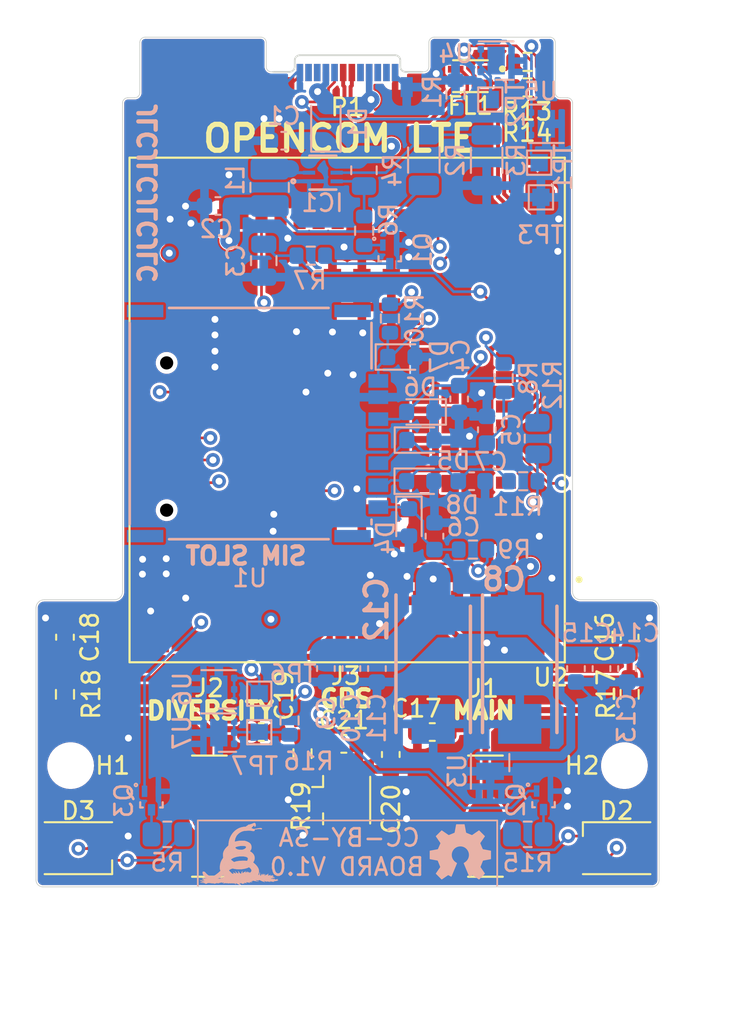
<source format=kicad_pcb>
(kicad_pcb (version 20221018) (generator pcbnew)

  (general
    (thickness 0.8)
  )

  (paper "A4")
  (layers
    (0 "F.Cu" signal)
    (1 "In1.Cu" signal)
    (2 "In2.Cu" signal)
    (31 "B.Cu" signal)
    (32 "B.Adhes" user "B.Adhesive")
    (33 "F.Adhes" user "F.Adhesive")
    (34 "B.Paste" user)
    (35 "F.Paste" user)
    (36 "B.SilkS" user "B.Silkscreen")
    (37 "F.SilkS" user "F.Silkscreen")
    (38 "B.Mask" user)
    (39 "F.Mask" user)
    (40 "Dwgs.User" user "User.Drawings")
    (41 "Cmts.User" user "User.Comments")
    (42 "Eco1.User" user "User.Eco1")
    (43 "Eco2.User" user "User.Eco2")
    (44 "Edge.Cuts" user)
    (45 "Margin" user)
    (46 "B.CrtYd" user "B.Courtyard")
    (47 "F.CrtYd" user "F.Courtyard")
    (48 "B.Fab" user)
    (49 "F.Fab" user)
    (50 "User.1" user)
    (51 "User.2" user)
    (52 "User.3" user)
    (53 "User.4" user)
    (54 "User.5" user)
    (55 "User.6" user)
    (56 "User.7" user)
    (57 "User.8" user)
    (58 "User.9" user)
  )

  (setup
    (stackup
      (layer "F.SilkS" (type "Top Silk Screen"))
      (layer "F.Paste" (type "Top Solder Paste"))
      (layer "F.Mask" (type "Top Solder Mask") (thickness 0.01))
      (layer "F.Cu" (type "copper") (thickness 0.035))
      (layer "dielectric 1" (type "prepreg") (thickness 0.1) (material "FR4") (epsilon_r 4.5) (loss_tangent 0.02))
      (layer "In1.Cu" (type "copper") (thickness 0.035))
      (layer "dielectric 2" (type "core") (thickness 0.44) (material "FR4") (epsilon_r 4.5) (loss_tangent 0.02))
      (layer "In2.Cu" (type "copper") (thickness 0.035))
      (layer "dielectric 3" (type "prepreg") (thickness 0.1) (material "FR4") (epsilon_r 4.5) (loss_tangent 0.02))
      (layer "B.Cu" (type "copper") (thickness 0.035))
      (layer "B.Mask" (type "Bottom Solder Mask") (thickness 0.01))
      (layer "B.Paste" (type "Bottom Solder Paste"))
      (layer "B.SilkS" (type "Bottom Silk Screen"))
      (copper_finish "None")
      (dielectric_constraints no)
    )
    (pad_to_mask_clearance 0)
    (pcbplotparams
      (layerselection 0x00010fc_ffffffff)
      (plot_on_all_layers_selection 0x0000000_00000000)
      (disableapertmacros false)
      (usegerberextensions false)
      (usegerberattributes true)
      (usegerberadvancedattributes true)
      (creategerberjobfile true)
      (dashed_line_dash_ratio 12.000000)
      (dashed_line_gap_ratio 3.000000)
      (svgprecision 4)
      (plotframeref false)
      (viasonmask false)
      (mode 1)
      (useauxorigin false)
      (hpglpennumber 1)
      (hpglpenspeed 20)
      (hpglpendiameter 15.000000)
      (dxfpolygonmode true)
      (dxfimperialunits true)
      (dxfusepcbnewfont true)
      (psnegative false)
      (psa4output false)
      (plotreference true)
      (plotvalue true)
      (plotinvisibletext false)
      (sketchpadsonfab false)
      (subtractmaskfromsilk false)
      (outputformat 1)
      (mirror false)
      (drillshape 0)
      (scaleselection 1)
      (outputdirectory "")
    )
  )

  (net 0 "")
  (net 1 "VBUS")
  (net 2 "GND")
  (net 3 "+3V8")
  (net 4 "/POWER_GOOD")
  (net 5 "/USIM_PRESENCE")
  (net 6 "/ANT_MAIN")
  (net 7 "/ANT_DIV")
  (net 8 "/ANT_GNSS")
  (net 9 "Net-(J3-In)")
  (net 10 "Net-(D1-A)")
  (net 11 "Net-(D2-K)")
  (net 12 "Net-(D3-K)")
  (net 13 "/USB_D+")
  (net 14 "/USB_D-")
  (net 15 "Net-(IC1-SW)")
  (net 16 "Net-(IC1-FB)")
  (net 17 "Net-(IC1-PG)")
  (net 18 "Net-(P1-CC)")
  (net 19 "unconnected-(P1-VCONN-PadB5)")
  (net 20 "Net-(Q1-B)")
  (net 21 "Net-(Q1-C)")
  (net 22 "/NETLIGHT")
  (net 23 "Net-(Q2-C)")
  (net 24 "/STATUS")
  (net 25 "Net-(Q3-C)")
  (net 26 "/USIM_RST")
  (net 27 "/USIM_CLK")
  (net 28 "/VDD_EXT")
  (net 29 "/USIM_DATA")
  (net 30 "Net-(R13-Pad1)")
  (net 31 "Net-(R14-Pad1)")
  (net 32 "Net-(R16-Pad2)")
  (net 33 "Net-(U2-USB_BOOT)")
  (net 34 "unconnected-(U1-VPP-PadC6)")
  (net 35 "unconnected-(U2-RESET_N-Pad17)")
  (net 36 "unconnected-(U2-PCM_DOUT-Pad7)")
  (net 37 "unconnected-(U2-PCM_DIN-Pad6)")
  (net 38 "unconnected-(U2-PCM_SYNC-Pad5)")
  (net 39 "unconnected-(U2-PCM_CLK-Pad4)")
  (net 40 "unconnected-(U2-RI-Pad39)")
  (net 41 "unconnected-(U2-DCD-Pad38)")
  (net 42 "unconnected-(U2-RTS-Pad37)")
  (net 43 "unconnected-(U2-CTS-Pad36)")
  (net 44 "unconnected-(U2-TXD-Pad35)")
  (net 45 "unconnected-(U2-RXD-Pad34)")
  (net 46 "unconnected-(U2-I2C_SCL-Pad40)")
  (net 47 "unconnected-(U2-I2C_SDA-Pad41)")
  (net 48 "unconnected-(U2-ADC0-Pad24)")
  (net 49 "unconnected-(U2-AP_READY-Pad19)")
  (net 50 "unconnected-(U2-DTR-Pad30)")
  (net 51 "unconnected-(U2-SPI_MISO-Pad28)")
  (net 52 "unconnected-(U2-SPI_MOSI-Pad27)")
  (net 53 "unconnected-(U2-SPI_CLK-Pad26)")
  (net 54 "unconnected-(U2-USIM2_RST-Pad85)")
  (net 55 "unconnected-(U2-USIM2_CLK-Pad84)")
  (net 56 "unconnected-(U2-USIM2_PRESENCE-Pad83)")
  (net 57 "unconnected-(U2-USIM2_DATA-Pad86)")
  (net 58 "unconnected-(U2-USIM2_VDD-Pad87)")
  (net 59 "/USIM_VDD")
  (net 60 "Net-(U1-RST)")
  (net 61 "Net-(U1-CLK)")
  (net 62 "Net-(U1-I{slash}O)")
  (net 63 "Net-(C17-Pad1)")
  (net 64 "Net-(C19-Pad1)")
  (net 65 "/USBC_D+")
  (net 66 "/USBC_D-")
  (net 67 "unconnected-(U2-RESERVED-Pad18)")
  (net 68 "unconnected-(U2-DBG_RXD-Pad22)")

  (footprint "CONSMA002-SMD:LINX_CONSMA002-SMD" (layer "F.Cu") (at 151.72 142.15))

  (footprint "Resistor_SMD:R_0603_1608Metric" (layer "F.Cu") (at 154.15 98.575 180))

  (footprint "Resistor_SMD:R_0603_1608Metric_Pad0.98x0.95mm_HandSolder" (layer "F.Cu") (at 160.05 135.1125 -90))

  (footprint "LED_SMD:LED_Cree-PLCC4_3.2x2.8mm_CCW" (layer "F.Cu") (at 128.2 144 180))

  (footprint "Capacitor_SMD:C_0603_1608Metric_Pad1.08x0.95mm_HandSolder" (layer "F.Cu") (at 146.25 138.5875 -90))

  (footprint "Resistor_SMD:R_0603_1608Metric_Pad0.98x0.95mm_HandSolder" (layer "F.Cu") (at 141.15 138.5375 -90))

  (footprint "Connector_USB:USB_C_Plug_Molex_105444" (layer "F.Cu") (at 143.75 99.15))

  (footprint "MountingHole:MountingHole_2.2mm_M2" (layer "F.Cu") (at 159.75 139.23))

  (footprint "LED_SMD:LED_Cree-PLCC4_3.2x2.8mm_CCW" (layer "F.Cu") (at 159.3 144))

  (footprint "CONSMA002-SMD:LINX_CONSMA002-SMD" (layer "F.Cu") (at 135.77 142.15))

  (footprint "Capacitor_SMD:C_0603_1608Metric_Pad1.08x0.95mm_HandSolder" (layer "F.Cu") (at 160.05 131.8125 90))

  (footprint "Capacitor_SMD:C_0603_1608Metric_Pad1.08x0.95mm_HandSolder" (layer "F.Cu") (at 138.7675 137.29))

  (footprint "Capacitor_SMD:C_0603_1608Metric_Pad1.08x0.95mm_HandSolder" (layer "F.Cu") (at 127.425 131.8125 90))

  (footprint "Capacitor_SMD:C_0603_1608Metric_Pad1.08x0.95mm_HandSolder" (layer "F.Cu") (at 148.6475 137.29 180))

  (footprint "Capacitor_SMD:C_0603_1608Metric_Pad1.08x0.95mm_HandSolder" (layer "F.Cu") (at 143.5375 137.975))

  (footprint "Resistor_SMD:R_0603_1608Metric_Pad0.98x0.95mm_HandSolder" (layer "F.Cu") (at 127.425 135.1125 -90))

  (footprint "MountingHole:MountingHole_2.2mm_M2" (layer "F.Cu") (at 127.75 139.23))

  (footprint "Resistor_SMD:R_0603_1608Metric" (layer "F.Cu") (at 154.15 100.05 180))

  (footprint "DLW21SN900SQ2L:FIL_DLW21SN900SQ2L" (layer "F.Cu") (at 150.85 99.4 180))

  (footprint "EG95:XCVR_EG95" (layer "F.Cu")
    (tstamp f851ed5b-4e23-405b-b1aa-e8d65dde7576)
    (at 143.73 118.685 180)
    (property "MANUFACTURER" "Quectel")
    (property "MAXIMUM_PACKAGE_HEIGHT" "2.5mm")
    (property "PARTREV" "1.5")
    (property "STANDARD" "Manufacturer Recommendations")
    (property "Sheetfile" "Roamer.kicad_sch")
    (property "Sheetname" "")
    (path "/e6a6b14f-fc94-4e9b-b34c-71e0e50cdc39")
    (attr smd)
    (fp_text reference "U2" (at -11.76 -15.445) (layer "F.SilkS")
        (effects (font (size 1 1) (thickness 0.153)))
      (tstamp 1d464947-5842-4187-a9bd-c30a4e55b624)
    )
    (fp_text value "EG95" (at -12.635 15.715) (layer "F.Fab")
        (effects (font (size 1 1) (thickness 0.15)))
      (tstamp 7b80973e-b338-4301-a0a8-35a68cefc798)
    )
    (fp_circle (center -5.95 -4.25) (end -5.478 -4.25)
      (stroke (width 0) (type solid)) (fill solid) (layer "F.Paste") (tstamp 67d3b74d-81a9-43e5-82a0-a58ecb94a205))
    (fp_circle (center -5.95 -2.55) (end -5.478 -2.55)
      (stroke (width 0) (type solid)) (fill solid) (layer "F.Paste") (tstamp 12d7749c-79c9-41a7-b0f5-19f3bfe17632))
    (fp_circle (center -5.95 -0.85) (end -5.478 -0.85)
      (stroke (width 0) (type solid)) (fill solid) (layer "F.Paste") (tstamp 4e384b70-bee1-4f3c-923a-35ca47ab2658))
    (fp_circle (center -5.95 0.85) (end -5.478 0.85)
      (stroke (width 0) (type solid)) (fill solid) (layer "F.Paste") (tstamp 6d05fc8f-1146-4558-87f4-124d02db3765))
    (fp_circle (center -5.95 2.55) (end -5.478 2.55)
      (stroke (width 0) (type solid)) (fill solid) (layer "F.Paste") (tstamp 357ed333-a131-4460-9f03-f99d16791163))
    (fp_circle (center -5.95 4.25) (end -5.478 4.25)
      (stroke (width 0) (type solid)) (fill solid) (layer "F.Paste") (tstamp 63f94867-3c9e-4667-930a-fee0f1e2ebe2))
    (fp_circle (center -4.25 -4.25) (end -3.778 -4.25)
      (stroke (width 0) (type solid)) (fill solid) (layer "F.Paste") (tstamp 13cc66c6-7510-4e83-a694-d08949b734e5))
    (fp_circle (center -4.25 -2.55) (end -3.778 -2.55)
      (stroke (width 0) (type solid)) (fill solid) (layer "F.Paste") (tstamp 8c7a9cf3-ddbd-4b7c-bebc-49031a5e6d73))
    (fp_circle (center -4.25 -0.85) (end -3.778 -0.85)
      (stroke (width 0) (type solid)) (fill solid) (layer "F.Paste") (tstamp 3d9d3b4e-af9b-4dbc-9336-c29b3746faba))
    (fp_circle (center -4.25 0.85) (end -3.778 0.85)
      (stroke (width 0) (type solid)) (fill solid) (layer "F.Paste") (tstamp 690ddcd6-4d8e-42c0-ad75-ff9db3797b01))
    (fp_circle (center -4.25 2.55) (end -3.778 2.55)
      (stroke (width 0) (type solid)) (fill solid) (layer "F.Paste") (tstamp 75b36f97-51b2-4f40-b557-750c42c33062))
    (fp_circle (center -4.25 4.25) (end -3.778 4.25)
      (stroke (width 0) (type solid)) (fill solid) (layer "F.Paste") (tstamp 4e758d36-1513-487c-9267-fc087fa18d60))
    (fp_circle (center -2.55 -7.65) (end -2.078 -7.65)
      (stroke (width 0) (type solid)) (fill solid) (layer "F.Paste") (tstamp 3633692c-49f1-42ca-94b0-b891b5a33b8a))
    (fp_circle (center -2.55 -5.95) (end -2.078 -5.95)
      (stroke (width 0) (type solid)) (fill solid) (layer "F.Paste") (tstamp daf7962a-2a44-472f-b9c9-8c84ea1849f8))
    (fp_circle (center -2.55 5.95) (end -2.078 5.95)
      (stroke (width 0) (type solid)) (fill solid) (layer "F.Paste") (tstamp 32fabbac-dc5d-4778-92ac-b5c62bce09fe))
    (fp_circle (center -2.55 7.65) (end -2.078 7.65)
      (stroke (width 0) (type solid)) (fill solid) (layer "F.Paste") (tstamp b9df1aa6-a689-4293-8753-7c59f8230178))
    (fp_circle (center -0.85 -7.65) (end -0.378 -7.65)
      (stroke (width 0) (type solid)) (fill solid) (layer "F.Paste") (tstamp 4d0be172-5136-470d-b73a-7a8cb51ed73c))
    (fp_circle (center -0.85 -5.95) (end -0.378 -5.95)
      (stroke (width 0) (type solid)) (fill solid) (layer "F.Paste") (tstamp e9ad7bc7-db7f-41e8-8090-37c9b439c87a))
    (fp_circle (center -0.85 5.95) (end -0.378 5.95)
      (stroke (width 0) (type solid)) (fill solid) (layer "F.Paste") (tstamp 4a30cd4e-e496-41e4-82a6-3686d3ecb188))
    (fp_circle (center -0.85 7.65) (end -0.378 7.65)
      (stroke (width 0) (type solid)) (fill solid) (layer "F.Paste") (tstamp 55b8e7ce-c026-444a-87d3-c25fb53b51c9))
    (fp_circle (center 0.85 -7.65) (end 1.322 -7.65)
      (stroke (width 0) (type solid)) (fill solid) (layer "F.Paste") (tstamp 32b20396-c9b0-4873-b9ba-fa2c66fc98d1))
    (fp_circle (center 0.85 -5.95) (end 1.322 -5.95)
      (stroke (width 0) (type solid)) (fill solid) (layer "F.Paste") (tstamp e03b0b90-06f2-4e0d-a234-628bf843efeb))
    (fp_circle (center 0.85 5.95) (end 1.322 5.95)
      (stroke (width 0) (type solid)) (fill solid) (layer "F.Paste") (tstamp 117ba3fd-2c95-455c-a1fb-79870f2b7c3e))
    (fp_circle (center 0.85 7.65) (end 1.322 7.65)
      (stroke (width 0) (type solid)) (fill solid) (layer "F.Paste") (tstamp 9cebe8bb-5944-4532-84f3-4db69cb5a267))
    (fp_circle (center 2.55 -7.65) (end 3.022 -7.65)
      (stroke (width 0) (type solid)) (fill solid) (layer "F.Paste") (tstamp 4591d32e-0bfd-40f2-a436-d8c4a8df7b9c))
    (fp_circle (center 2.55 -5.95) (end 3.022 -5.95)
      (stroke (width 0) (type solid)) (fill solid) (layer "F.Paste") (tstamp 27feb6eb-48a0-44e1-945e-be4be8aa40cb))
    (fp_circle (center 2.55 5.95) (end 3.022 5.95)
      (stroke (width 0) (type solid)) (fill solid) (layer "F.Paste") (tstamp d0d20436-b778-4fa3-9675-56b791c3d56f))
    (fp_circle (center 2.55 7.65) (end 3.022 7.65)
      (stroke (width 0) (type solid)) (fill solid) (layer "F.Paste") (tstamp defa867d-6b76-49c8-bb58-cf6b459a29a2))
    (fp_circle (center 4.25 -4.25) (end 4.722 -4.25)
      (stroke (width 0) (type solid)) (fill solid) (layer "F.Paste") (tstamp 025de2ef-81a6-402c-bdfe-0f3340f36076))
    (fp_circle (center 4.25 -2.55) (end 4.722 -2.55)
      (stroke (width 0) (type solid)) (fill solid) (layer "F.Paste") (tstamp 920f3030-f3a9-49d9-98b1-ba1e7a6cde5b))
    (fp_circle (center 4.25 -0.85) (end 4.722 -0.85)
      (stroke (width 0) (type solid)) (fill solid) (layer "F.Paste") (tstamp cf2d715c-b57e-4e29-b1b7-62efa84a9561))
    (fp_circle (center 4.25 0.85) (end 4.722 0.85)
      (stroke (width 0) (type solid)) (fill solid) (layer "F.Paste") (tstamp ca71414b-1dcf-458c-9ec7-99f7644ea8d3))
    (fp_circle (center 4.25 2.55) (end 4.722 2.55)
      (stroke (width 0) (type solid)) (fill solid) (layer "F.Paste") (tstamp c74df507-238b-4f61-b908-673a0ad914c0))
    (fp_circle (center 4.25 4.25) (end 4.722 4.25)
      (stroke (width 0) (type solid)) (fill solid) (layer "F.Paste") (tstamp 89941a95-52f2-4f01-b5ae-ea2ee97dc086))
    (fp_circle (center 5.95 -4.25) (end 6.422 -4.25)
      (stroke (width 0) (type solid)) (fill solid) (layer "F.Paste") (tstamp 464d7fed-1c31-488c-ad54-5f06dec5a552))
    (fp_circle (center 5.95 -2.55) (end 6.422 -2.55)
      (stroke (width 0) (type solid)) (fill solid) (layer "F.Paste") (tstamp 7989918b-1f57-4399-89ef-f58e0c36eb2c))
    (fp_circle (center 5.95 -0.85) (end 6.422 -0.85)
      (stroke (width 0) (type solid)) (fill solid) (layer "F.Paste") (tstamp 338601a2-47bf-49f9-ba85-32e5a710140d))
    (fp_circle (center 5.95 0.85) (end 6.422 0.85)
      (stroke (width 0) (type solid)) (fill solid) (layer "F.Paste") (tstamp 12da4203-b063-4a2b-968e-3657dc112560))
    (fp_circle (center 5.95 2.55) (end 6.422 2.55)
      (stroke (width 0) (type solid)) (fill solid) (layer "F.Paste") (tstamp 7f6528a6-3a92-4aca-ba64-fc076fca4400))
    (fp_circle (center 5.95 4.25) (end 6.422 4.25)
      (stroke (width 0) (type solid)) (fill solid) (layer "F.Paste") (tstamp faf3a879-e27f-4ff1-b81f-1530938d56fc))
    (fp_poly
      (pts
        (xy -11.66 -13.66)
        (xy -10.64 -13.66)
        (xy -10.64 -12.64)
        (xy -11.66 -12.64)
      )

      (stroke (width 0.01) (type solid)) (fill solid) (layer "F.Paste") (tstamp a4cf9f7c-fc80-4a6e-8aed-8618a06b9c70))
    (fp_poly
      (pts
        (xy -10.54 13.56)
        (xy -10.78 13.56)
        (xy -11.56 12.78)
        (xy -11.56 12.54)
        (xy -10.54 12.54)
      )

      (stroke (width 0.0001) (type solid)) (fill solid) (layer "F.Paste") (tstamp 36e8bdf4-fab0-480a-ae07-fd85752c3d27))
    (fp_poly
      (pts
        (xy -10.54 13.56)
        (xy -10.78 13.56)
        (xy -11.56 12.78)
        (xy -11.56 12.54)
        (xy -10.54 12.54)
      )

      (stroke (width 0.0001) (type solid)) (fill solid) (layer "F.Paste") (tstamp fb33d6b7-c026-42c4-b8ab-e0e13b2d656e))
    (fp_poly
      (pts
        (xy 10.54 -13.56)
        (xy 10.78 -13.56)
        (xy 11.56 -12.78)
        (xy 11.56 -12.54)
        (xy 10.54 -12.54)
      )

      (stroke (width 0.0001) (type solid)) (fill solid) (layer "F.Paste") (tstamp 74c62a22-a856-4ac7-bb7a-1febdc12e728))
    (fp_poly
      (pts
        (xy 10.54 13.56)
        (xy 10.78 13.56)
        (xy 11.56 12.78)
        (xy 11.56 12.54)
        (xy 10.54 12.54)
      )

      (stroke (width 0.0001) (type solid)) (fill solid) (layer "F.Paste") (tstamp c4360858-c8a5-42dc-836e-f31e91c33908))
    (fp_poly
      (pts
        (xy -9.525 -9.98)
        (xy -8.825 -9.98)
        (xy -8.819 -9.98)
        (xy -8.814 -9.979)
        (xy -8.808 -9.979)
        (xy -8.802 -9.978)
        (xy -8.797 -9.976)
        (xy -8.791 -9.975)
        (xy -8.786 -9.973)
        (xy -8.78 -9.97)
        (xy -8.775 -9.968)
        (xy -8.77 -9.965)
        (xy -8.765 -9.962)
        (xy -8.76 -9.959)
        (xy -8.756 -9.955)
        (xy -8.751 -9.952)
        (xy -8.747 -9.948)
        (xy -8.743 -9.944)
        (xy -8.74 -9.939)
        (xy -8.736 -9.935)
        (xy -8.733 -9.93)
        (xy -8.73 -9.925)
        (xy -8.727 -9.92)
        (xy -8.725 -9.915)
        (xy -8.722 -9.909)
        (xy -8.72 -9.904)
        (xy -8.719 -9.898)
        (xy -8.717 -9.893)
        (xy -8.716 -9.887)
        (xy -8.716 -9.881)
        (xy -8.715 -9.876)
        (xy -8.715 -9.87)
        (xy -8.715 -9.53)
        (xy -8.715 -9.524)
        (xy -8.716 -9.519)
        (xy -8.716 -9.513)
        (xy -8.717 -9.507)
        (xy -8.719 -9.502)
        (xy -8.72 -9.496)
        (xy -8.722 -9.491)
        (xy -8.725 -9.485)
        (xy -8.727 -9.48)
        (xy -8.73 -9.475)
        (xy -8.733 -9.47)
        (xy -8.736 -9.465)
        (xy -8.74 -9.461)
        (xy -8.743 -9.456)
        (xy -8.747 -9.452)
        (xy -8.751 -9.448)
        (xy -8.756 -9.445)
        (xy -8.76 -9.441)
        (xy -8.765 -9.438)
        (xy -8.77 -9.435)
        (xy -8.775 -9.432)
        (xy -8.78 -9.43)
        (xy -8.786 -9.427)
        (xy -8.791 -9.425)
        (xy -8.797 -9.424)
        (xy -8.802 -9.422)
        (xy -8.808 -9.421)
        (xy -8.814 -9.421)
        (xy -8.819 -9.42)
        (xy -8.825 -9.42)
        (xy -9.525 -9.42)
        (xy -9.531 -9.42)
        (xy -9.536 -9.421)
        (xy -9.542 -9.421)
        (xy -9.548 -9.422)
        (xy -9.553 -9.424)
        (xy -9.559 -9.425)
        (xy -9.564 -9.427)
        (xy -9.57 -9.43)
        (xy -9.575 -9.432)
        (xy -9.58 -9.435)
        (xy -9.585 -9.438)
        (xy -9.59 -9.441)
        (xy -9.594 -9.445)
        (xy -9.599 -9.448)
        (xy -9.603 -9.452)
        (xy -9.607 -9.456)
        (xy -9.61 -9.461)
        (xy -9.614 -9.465)
        (xy -9.617 -9.47)
        (xy -9.62 -9.475)
        (xy -9.623 -9.48)
        (xy -9.625 -9.485)
        (xy -9.628 -9.491)
        (xy -9.63 -9.496)
        (xy -9.631 -9.502)
        (xy -9.633 -9.507)
        (xy -9.634 -9.513)
        (xy -9.634 -9.519)
        (xy -9.635 -9.524)
        (xy -9.635 -9.53)
        (xy -9.635 -9.87)
        (xy -9.635 -9.876)
        (xy -9.634 -9.881)
        (xy -9.634 -9.887)
        (xy -9.633 -9.893)
        (xy -9.631 -9.898)
        (xy -9.63 -9.904)
        (xy -9.628 -9.909)
        (xy -9.625 -9.915)
        (xy -9.623 -9.92)
        (xy -9.62 -9.925)
        (xy -9.617 -9.93)
        (xy -9.614 -9.935)
        (xy -9.61 -9.939)
        (xy -9.607 -9.944)
        (xy -9.603 -9.948)
        (xy -9.599 -9.952)
        (xy -9.594 -9.955)
        (xy -9.59 -9.959)
        (xy -9.585 -9.962)
        (xy -9.58 -9.965)
        (xy -9.575 -9.968)
        (xy -9.57 -9.97)
        (xy -9.564 -9.973)
        (xy -9.559 -9.975)
        (xy -9.553 -9.976)
        (xy -9.548 -9.978)
        (xy -9.542 -9.979)
        (xy -9.536 -9.979)
        (xy -9.531 -9.98)
        (xy -9.525 -9.98)
      )

      (stroke (width 0.0001) (type solid)) (fill solid) (layer "F.Paste") (tstamp 381fb920-c57b-4d2c-bff1-181bec3e7f23))
    (fp_poly
      (pts
        (xy -9.525 -8.88)
        (xy -8.825 -8.88)
        (xy -8.819 -8.88)
        (xy -8.814 -8.879)
        (xy -8.808 -8.879)
        (xy -8.802 -8.878)
        (xy -8.797 -8.876)
        (xy -8.791 -8.875)
        (xy -8.786 -8.873)
        (xy -8.78 -8.87)
        (xy -8.775 -8.868)
        (xy -8.77 -8.865)
        (xy -8.765 -8.862)
        (xy -8.76 -8.859)
        (xy -8.756 -8.855)
        (xy -8.751 -8.852)
        (xy -8.747 -8.848)
        (xy -8.743 -8.844)
        (xy -8.74 -8.839)
        (xy -8.736 -8.835)
        (xy -8.733 -8.83)
        (xy -8.73 -8.825)
        (xy -8.727 -8.82)
        (xy -8.725 -8.815)
        (xy -8.722 -8.809)
        (xy -8.72 -8.804)
        (xy -8.719 -8.798)
        (xy -8.717 -8.793)
        (xy -8.716 -8.787)
        (xy -8.716 -8.781)
        (xy -8.715 -8.776)
        (xy -8.715 -8.77)
        (xy -8.715 -8.43)
        (xy -8.715 -8.424)
        (xy -8.716 -8.419)
        (xy -8.716 -8.413)
        (xy -8.717 -8.407)
        (xy -8.719 -8.402)
        (xy -8.72 -8.396)
        (xy -8.722 -8.391)
        (xy -8.725 -8.385)
        (xy -8.727 -8.38)
        (xy -8.73 -8.375)
        (xy -8.733 -8.37)
        (xy -8.736 -8.365)
        (xy -8.74 -8.361)
        (xy -8.743 -8.356)
        (xy -8.747 -8.352)
        (xy -8.751 -8.348)
        (xy -8.756 -8.345)
        (xy -8.76 -8.341)
        (xy -8.765 -8.338)
        (xy -8.77 -8.335)
        (xy -8.775 -8.332)
        (xy -8.78 -8.33)
        (xy -8.786 -8.327)
        (xy -8.791 -8.325)
        (xy -8.797 -8.324)
        (xy -8.802 -8.322)
        (xy -8.808 -8.321)
        (xy -8.814 -8.321)
        (xy -8.819 -8.32)
        (xy -8.825 -8.32)
        (xy -9.525 -8.32)
        (xy -9.531 -8.32)
        (xy -9.536 -8.321)
        (xy -9.542 -8.321)
        (xy -9.548 -8.322)
        (xy -9.553 -8.324)
        (xy -9.559 -8.325)
        (xy -9.564 -8.327)
        (xy -9.57 -8.33)
        (xy -9.575 -8.332)
        (xy -9.58 -8.335)
        (xy -9.585 -8.338)
        (xy -9.59 -8.341)
        (xy -9.594 -8.345)
        (xy -9.599 -8.348)
        (xy -9.603 -8.352)
        (xy -9.607 -8.356)
        (xy -9.61 -8.361)
        (xy -9.614 -8.365)
        (xy -9.617 -8.37)
        (xy -9.62 -8.375)
        (xy -9.623 -8.38)
        (xy -9.625 -8.385)
        (xy -9.628 -8.391)
        (xy -9.63 -8.396)
        (xy -9.631 -8.402)
        (xy -9.633 -8.407)
        (xy -9.634 -8.413)
        (xy -9.634 -8.419)
        (xy -9.635 -8.424)
        (xy -9.635 -8.43)
        (xy -9.635 -8.77)
        (xy -9.635 -8.776)
        (xy -9.634 -8.781)
        (xy -9.634 -8.787)
        (xy -9.633 -8.793)
        (xy -9.631 -8.798)
        (xy -9.63 -8.804)
        (xy -9.628 -8.809)
        (xy -9.625 -8.815)
        (xy -9.623 -8.82)
        (xy -9.62 -8.825)
        (xy -9.617 -8.83)
        (xy -9.614 -8.835)
        (xy -9.61 -8.839)
        (xy -9.607 -8.844)
        (xy -9.603 -8.848)
        (xy -9.599 -8.852)
        (xy -9.594 -8.855)
        (xy -9.59 -8.859)
        (xy -9.585 -8.862)
        (xy -9.58 -8.865)
        (xy -9.575 -8.868)
        (xy -9.57 -8.87)
        (xy -9.564 -8.873)
        (xy -9.559 -8.875)
        (xy -9.553 -8.876)
        (xy -9.548 -8.878)
        (xy -9.542 -8.879)
        (xy -9.536 -8.879)
        (xy -9.531 -8.88)
        (xy -9.525 -8.88)
      )

      (stroke (width 0.0001) (type solid)) (fill solid) (layer "F.Paste") (tstamp 15a79106-df97-4493-8a49-601ca5566463))
    (fp_poly
      (pts
        (xy -9.525 -7.78)
        (xy -8.825 -7.78)
        (xy -8.819 -7.78)
        (xy -8.814 -7.779)
        (xy -8.808 -7.779)
        (xy -8.802 -7.778)
        (xy -8.797 -7.776)
        (xy -8.791 -7.775)
        (xy -8.786 -7.773)
        (xy -8.78 -7.77)
        (xy -8.775 -7.768)
        (xy -8.77 -7.765)
        (xy -8.765 -7.762)
        (xy -8.76 -7.759)
        (xy -8.756 -7.755)
        (xy -8.751 -7.752)
        (xy -8.747 -7.748)
        (xy -8.743 -7.744)
        (xy -8.74 -7.739)
        (xy -8.736 -7.735)
        (xy -8.733 -7.73)
        (xy -8.73 -7.725)
        (xy -8.727 -7.72)
        (xy -8.725 -7.715)
        (xy -8.722 -7.709)
        (xy -8.72 -7.704)
        (xy -8.719 -7.698)
        (xy -8.717 -7.693)
        (xy -8.716 -7.687)
        (xy -8.716 -7.681)
        (xy -8.715 -7.676)
        (xy -8.715 -7.67)
        (xy -8.715 -7.33)
        (xy -8.715 -7.324)
        (xy -8.716 -7.319)
        (xy -8.716 -7.313)
        (xy -8.717 -7.307)
        (xy -8.719 -7.302)
        (xy -8.72 -7.296)
        (xy -8.722 -7.291)
        (xy -8.725 -7.285)
        (xy -8.727 -7.28)
        (xy -8.73 -7.275)
        (xy -8.733 -7.27)
        (xy -8.736 -7.265)
        (xy -8.74 -7.261)
        (xy -8.743 -7.256)
        (xy -8.747 -7.252)
        (xy -8.751 -7.248)
        (xy -8.756 -7.245)
        (xy -8.76 -7.241)
        (xy -8.765 -7.238)
        (xy -8.77 -7.235)
        (xy -8.775 -7.232)
        (xy -8.78 -7.23)
        (xy -8.786 -7.227)
        (xy -8.791 -7.225)
        (xy -8.797 -7.224)
        (xy -8.802 -7.222)
        (xy -8.808 -7.221)
        (xy -8.814 -7.221)
        (xy -8.819 -7.22)
        (xy -8.825 -7.22)
        (xy -9.525 -7.22)
        (xy -9.531 -7.22)
        (xy -9.536 -7.221)
        (xy -9.542 -7.221)
        (xy -9.548 -7.222)
        (xy -9.553 -7.224)
        (xy -9.559 -7.225)
        (xy -9.564 -7.227)
        (xy -9.57 -7.23)
        (xy -9.575 -7.232)
        (xy -9.58 -7.235)
        (xy -9.585 -7.238)
        (xy -9.59 -7.241)
        (xy -9.594 -7.245)
        (xy -9.599 -7.248)
        (xy -9.603 -7.252)
        (xy -9.607 -7.256)
        (xy -9.61 -7.261)
        (xy -9.614 -7.265)
        (xy -9.617 -7.27)
        (xy -9.62 -7.275)
        (xy -9.623 -7.28)
        (xy -9.625 -7.285)
        (xy -9.628 -7.291)
        (xy -9.63 -7.296)
        (xy -9.631 -7.302)
        (xy -9.633 -7.307)
        (xy -9.634 -7.313)
        (xy -9.634 -7.319)
        (xy -9.635 -7.324)
        (xy -9.635 -7.33)
        (xy -9.635 -7.67)
        (xy -9.635 -7.676)
        (xy -9.634 -7.681)
        (xy -9.634 -7.687)
        (xy -9.633 -7.693)
        (xy -9.631 -7.698)
        (xy -9.63 -7.704)
        (xy -9.628 -7.709)
        (xy -9.625 -7.715)
        (xy -9.623 -7.72)
        (xy -9.62 -7.725)
        (xy -9.617 -7.73)
        (xy -9.614 -7.735)
        (xy -9.61 -7.739)
        (xy -9.607 -7.744)
        (xy -9.603 -7.748)
        (xy -9.599 -7.752)
        (xy -9.594 -7.755)
        (xy -9.59 -7.759)
        (xy -9.585 -7.762)
        (xy -9.58 -7.765)
        (xy -9.575 -7.768)
        (xy -9.57 -7.77)
        (xy -9.564 -7.773)
        (xy -9.559 -7.775)
        (xy -9.553 -7.776)
        (xy -9.548 -7.778)
        (xy -9.542 -7.779)
        (xy -9.536 -7.779)
        (xy -9.531 -7.78)
        (xy -9.525 -7.78)
      )

      (stroke (width 0.0001) (type solid)) (fill solid) (layer "F.Paste") (tstamp 0c575af3-6ed1-46a3-bfde-38643bb7e524))
    (fp_poly
      (pts
        (xy -9.525 -6.68)
        (xy -8.825 -6.68)
        (xy -8.819 -6.68)
        (xy -8.814 -6.679)
        (xy -8.808 -6.679)
        (xy -8.802 -6.678)
        (xy -8.797 -6.676)
        (xy -8.791 -6.675)
        (xy -8.786 -6.673)
        (xy -8.78 -6.67)
        (xy -8.775 -6.668)
        (xy -8.77 -6.665)
        (xy -8.765 -6.662)
        (xy -8.76 -6.659)
        (xy -8.756 -6.655)
        (xy -8.751 -6.652)
        (xy -8.747 -6.648)
        (xy -8.743 -6.644)
        (xy -8.74 -6.639)
        (xy -8.736 -6.635)
        (xy -8.733 -6.63)
        (xy -8.73 -6.625)
        (xy -8.727 -6.62)
        (xy -8.725 -6.615)
        (xy -8.722 -6.609)
        (xy -8.72 -6.604)
        (xy -8.719 -6.598)
        (xy -8.717 -6.593)
        (xy -8.716 -6.587)
        (xy -8.716 -6.581)
        (xy -8.715 -6.576)
        (xy -8.715 -6.57)
        (xy -8.715 -6.23)
        (xy -8.715 -6.224)
        (xy -8.716 -6.219)
        (xy -8.716 -6.213)
        (xy -8.717 -6.207)
        (xy -8.719 -6.202)
        (xy -8.72 -6.196)
        (xy -8.722 -6.191)
        (xy -8.725 -6.185)
        (xy -8.727 -6.18)
        (xy -8.73 -6.175)
        (xy -8.733 -6.17)
        (xy -8.736 -6.165)
        (xy -8.74 -6.161)
        (xy -8.743 -6.156)
        (xy -8.747 -6.152)
        (xy -8.751 -6.148)
        (xy -8.756 -6.145)
        (xy -8.76 -6.141)
        (xy -8.765 -6.138)
        (xy -8.77 -6.135)
        (xy -8.775 -6.132)
        (xy -8.78 -6.13)
        (xy -8.786 -6.127)
        (xy -8.791 -6.125)
        (xy -8.797 -6.124)
        (xy -8.802 -6.122)
        (xy -8.808 -6.121)
        (xy -8.814 -6.121)
        (xy -8.819 -6.12)
        (xy -8.825 -6.12)
        (xy -9.525 -6.12)
        (xy -9.531 -6.12)
        (xy -9.536 -6.121)
        (xy -9.542 -6.121)
        (xy -9.548 -6.122)
        (xy -9.553 -6.124)
        (xy -9.559 -6.125)
        (xy -9.564 -6.127)
        (xy -9.57 -6.13)
        (xy -9.575 -6.132)
        (xy -9.58 -6.135)
        (xy -9.585 -6.138)
        (xy -9.59 -6.141)
        (xy -9.594 -6.145)
        (xy -9.599 -6.148)
        (xy -9.603 -6.152)
        (xy -9.607 -6.156)
        (xy -9.61 -6.161)
        (xy -9.614 -6.165)
        (xy -9.617 -6.17)
        (xy -9.62 -6.175)
        (xy -9.623 -6.18)
        (xy -9.625 -6.185)
        (xy -9.628 -6.191)
        (xy -9.63 -6.196)
        (xy -9.631 -6.202)
        (xy -9.633 -6.207)
        (xy -9.634 -6.213)
        (xy -9.634 -6.219)
        (xy -9.635 -6.224)
        (xy -9.635 -6.23)
        (xy -9.635 -6.57)
        (xy -9.635 -6.576)
        (xy -9.634 -6.581)
        (xy -9.634 -6.587)
        (xy -9.633 -6.593)
        (xy -9.631 -6.598)
        (xy -9.63 -6.604)
        (xy -9.628 -6.609)
        (xy -9.625 -6.615)
        (xy -9.623 -6.62)
        (xy -9.62 -6.625)
        (xy -9.617 -6.63)
        (xy -9.614 -6.635)
        (xy -9.61 -6.639)
        (xy -9.607 -6.644)
        (xy -9.603 -6.648)
        (xy -9.599 -6.652)
        (xy -9.594 -6.655)
        (xy -9.59 -6.659)
        (xy -9.585 -6.662)
        (xy -9.58 -6.665)
        (xy -9.575 -6.668)
        (xy -9.57 -6.67)
        (xy -9.564 -6.673)
        (xy -9.559 -6.675)
        (xy -9.553 -6.676)
        (xy -9.548 -6.678)
        (xy -9.542 -6.679)
        (xy -9.536 -6.679)
        (xy -9.531 -6.68)
        (xy -9.525 -6.68)
      )

      (stroke (width 0.0001) (type solid)) (fill solid) (layer "F.Paste") (tstamp 4a9d6eca-1bec-49f3-8d4a-6444aca6165c))
    (fp_poly
      (pts
        (xy -9.525 -5.58)
        (xy -8.825 -5.58)
        (xy -8.819 -5.58)
        (xy -8.814 -5.579)
        (xy -8.808 -5.579)
        (xy -8.802 -5.578)
        (xy -8.797 -5.576)
        (xy -8.791 -5.575)
        (xy -8.786 -5.573)
        (xy -8.78 -5.57)
        (xy -8.775 -5.568)
        (xy -8.77 -5.565)
        (xy -8.765 -5.562)
        (xy -8.76 -5.559)
        (xy -8.756 -5.555)
        (xy -8.751 -5.552)
        (xy -8.747 -5.548)
        (xy -8.743 -5.544)
        (xy -8.74 -5.539)
        (xy -8.736 -5.535)
        (xy -8.733 -5.53)
        (xy -8.73 -5.525)
        (xy -8.727 -5.52)
        (xy -8.725 -5.515)
        (xy -8.722 -5.509)
        (xy -8.72 -5.504)
        (xy -8.719 -5.498)
        (xy -8.717 -5.493)
        (xy -8.716 -5.487)
        (xy -8.716 -5.481)
        (xy -8.715 -5.476)
        (xy -8.715 -5.47)
        (xy -8.715 -5.13)
        (xy -8.715 -5.124)
        (xy -8.716 -5.119)
        (xy -8.716 -5.113)
        (xy -8.717 -5.107)
        (xy -8.719 -5.102)
        (xy -8.72 -5.096)
        (xy -8.722 -5.091)
        (xy -8.725 -5.085)
        (xy -8.727 -5.08)
        (xy -8.73 -5.075)
        (xy -8.733 -5.07)
        (xy -8.736 -5.065)
        (xy -8.74 -5.061)
        (xy -8.743 -5.056)
        (xy -8.747 -5.052)
        (xy -8.751 -5.048)
        (xy -8.756 -5.045)
        (xy -8.76 -5.041)
        (xy -8.765 -5.038)
        (xy -8.77 -5.035)
        (xy -8.775 -5.032)
        (xy -8.78 -5.03)
        (xy -8.786 -5.027)
        (xy -8.791 -5.025)
        (xy -8.797 -5.024)
        (xy -8.802 -5.022)
        (xy -8.808 -5.021)
        (xy -8.814 -5.021)
        (xy -8.819 -5.02)
        (xy -8.825 -5.02)
        (xy -9.525 -5.02)
        (xy -9.531 -5.02)
        (xy -9.536 -5.021)
        (xy -9.542 -5.021)
        (xy -9.548 -5.022)
        (xy -9.553 -5.024)
        (xy -9.559 -5.025)
        (xy -9.564 -5.027)
        (xy -9.57 -5.03)
        (xy -9.575 -5.032)
        (xy -9.58 -5.035)
        (xy -9.585 -5.038)
        (xy -9.59 -5.041)
        (xy -9.594 -5.045)
        (xy -9.599 -5.048)
        (xy -9.603 -5.052)
        (xy -9.607 -5.056)
        (xy -9.61 -5.061)
        (xy -9.614 -5.065)
        (xy -9.617 -5.07)
        (xy -9.62 -5.075)
        (xy -9.623 -5.08)
        (xy -9.625 -5.085)
        (xy -9.628 -5.091)
        (xy -9.63 -5.096)
        (xy -9.631 -5.102)
        (xy -9.633 -5.107)
        (xy -9.634 -5.113)
        (xy -9.634 -5.119)
        (xy -9.635 -5.124)
        (xy -9.635 -5.13)
        (xy -9.635 -5.47)
        (xy -9.635 -5.476)
        (xy -9.634 -5.481)
        (xy -9.634 -5.487)
        (xy -9.633 -5.493)
        (xy -9.631 -5.498)
        (xy -9.63 -5.504)
        (xy -9.628 -5.509)
        (xy -9.625 -5.515)
        (xy -9.623 -5.52)
        (xy -9.62 -5.525)
        (xy -9.617 -5.53)
        (xy -9.614 -5.535)
        (xy -9.61 -5.539)
        (xy -9.607 -5.544)
        (xy -9.603 -5.548)
        (xy -9.599 -5.552)
        (xy -9.594 -5.555)
        (xy -9.59 -5.559)
        (xy -9.585 -5.562)
        (xy -9.58 -5.565)
        (xy -9.575 -5.568)
        (xy -9.57 -5.57)
        (xy -9.564 -5.573)
        (xy -9.559 -5.575)
        (xy -9.553 -5.576)
        (xy -9.548 -5.578)
        (xy -9.542 -5.579)
        (xy -9.536 -5.579)
        (xy -9.531 -5.58)
        (xy -9.525 -5.58)
      )

      (stroke (width 0.0001) (type solid)) (fill solid) (layer "F.Paste") (tstamp e40f3414-f91c-4fbd-a4de-8dc5493441cf))
    (fp_poly
      (pts
        (xy -9.525 -4.48)
        (xy -8.825 -4.48)
        (xy -8.819 -4.48)
        (xy -8.814 -4.479)
        (xy -8.808 -4.479)
        (xy -8.802 -4.478)
        (xy -8.797 -4.476)
        (xy -8.791 -4.475)
        (xy -8.786 -4.473)
        (xy -8.78 -4.47)
        (xy -8.775 -4.468)
        (xy -8.77 -4.465)
        (xy -8.765 -4.462)
        (xy -8.76 -4.459)
        (xy -8.756 -4.455)
        (xy -8.751 -4.452)
        (xy -8.747 -4.448)
        (xy -8.743 -4.444)
        (xy -8.74 -4.439)
        (xy -8.736 -4.435)
        (xy -8.733 -4.43)
        (xy -8.73 -4.425)
        (xy -8.727 -4.42)
        (xy -8.725 -4.415)
        (xy -8.722 -4.409)
        (xy -8.72 -4.404)
        (xy -8.719 -4.398)
        (xy -8.717 -4.393)
        (xy -8.716 -4.387)
        (xy -8.716 -4.381)
        (xy -8.715 -4.376)
        (xy -8.715 -4.37)
        (xy -8.715 -4.03)
        (xy -8.715 -4.024)
        (xy -8.716 -4.019)
        (xy -8.716 -4.013)
        (xy -8.717 -4.007)
        (xy -8.719 -4.002)
        (xy -8.72 -3.996)
        (xy -8.722 -3.991)
        (xy -8.725 -3.985)
        (xy -8.727 -3.98)
        (xy -8.73 -3.975)
        (xy -8.733 -3.97)
        (xy -8.736 -3.965)
        (xy -8.74 -3.961)
        (xy -8.743 -3.956)
        (xy -8.747 -3.952)
        (xy -8.751 -3.948)
        (xy -8.756 -3.945)
        (xy -8.76 -3.941)
        (xy -8.765 -3.938)
        (xy -8.77 -3.935)
        (xy -8.775 -3.932)
        (xy -8.78 -3.93)
        (xy -8.786 -3.927)
        (xy -8.791 -3.925)
        (xy -8.797 -3.924)
        (xy -8.802 -3.922)
        (xy -8.808 -3.921)
        (xy -8.814 -3.921)
        (xy -8.819 -3.92)
        (xy -8.825 -3.92)
        (xy -9.525 -3.92)
        (xy -9.531 -3.92)
        (xy -9.536 -3.921)
        (xy -9.542 -3.921)
        (xy -9.548 -3.922)
        (xy -9.553 -3.924)
        (xy -9.559 -3.925)
        (xy -9.564 -3.927)
        (xy -9.57 -3.93)
        (xy -9.575 -3.932)
        (xy -9.58 -3.935)
        (xy -9.585 -3.938)
        (xy -9.59 -3.941)
        (xy -9.594 -3.945)
        (xy -9.599 -3.948)
        (xy -9.603 -3.952)
        (xy -9.607 -3.956)
        (xy -9.61 -3.961)
        (xy -9.614 -3.965)
        (xy -9.617 -3.97)
        (xy -9.62 -3.975)
        (xy -9.623 -3.98)
        (xy -9.625 -3.985)
        (xy -9.628 -3.991)
        (xy -9.63 -3.996)
        (xy -9.631 -4.002)
        (xy -9.633 -4.007)
        (xy -9.634 -4.013)
        (xy -9.634 -4.019)
        (xy -9.635 -4.024)
        (xy -9.635 -4.03)
        (xy -9.635 -4.37)
        (xy -9.635 -4.376)
        (xy -9.634 -4.381)
        (xy -9.634 -4.387)
        (xy -9.633 -4.393)
        (xy -9.631 -4.398)
        (xy -9.63 -4.404)
        (xy -9.628 -4.409)
        (xy -9.625 -4.415)
        (xy -9.623 -4.42)
        (xy -9.62 -4.425)
        (xy -9.617 -4.43)
        (xy -9.614 -4.435)
        (xy -9.61 -4.439)
        (xy -9.607 -4.444)
        (xy -9.603 -4.448)
        (xy -9.599 -4.452)
        (xy -9.594 -4.455)
        (xy -9.59 -4.459)
        (xy -9.585 -4.462)
        (xy -9.58 -4.465)
        (xy -9.575 -4.468)
        (xy -9.57 -4.47)
        (xy -9.564 -4.473)
        (xy -9.559 -4.475)
        (xy -9.553 -4.476)
        (xy -9.548 -4.478)
        (xy -9.542 -4.479)
        (xy -9.536 -4.479)
        (xy -9.531 -4.48)
        (xy -9.525 -4.48)
      )

      (stroke (width 0.0001) (type solid)) (fill solid) (layer "F.Paste") (tstamp 632251aa-57d5-41fd-a286-0fe541e8b458))
    (fp_poly
      (pts
        (xy -9.525 -3.38)
        (xy -8.825 -3.38)
        (xy -8.819 -3.38)
        (xy -8.814 -3.379)
        (xy -8.808 -3.379)
        (xy -8.802 -3.378)
        (xy -8.797 -3.376)
        (xy -8.791 -3.375)
        (xy -8.786 -3.373)
        (xy -8.78 -3.37)
        (xy -8.775 -3.368)
        (xy -8.77 -3.365)
        (xy -8.765 -3.362)
        (xy -8.76 -3.359)
        (xy -8.756 -3.355)
        (xy -8.751 -3.352)
        (xy -8.747 -3.348)
        (xy -8.743 -3.344)
        (xy -8.74 -3.339)
        (xy -8.736 -3.335)
        (xy -8.733 -3.33)
        (xy -8.73 -3.325)
        (xy -8.727 -3.32)
        (xy -8.725 -3.315)
        (xy -8.722 -3.309)
        (xy -8.72 -3.304)
        (xy -8.719 -3.298)
        (xy -8.717 -3.293)
        (xy -8.716 -3.287)
        (xy -8.716 -3.281)
        (xy -8.715 -3.276)
        (xy -8.715 -3.27)
        (xy -8.715 -2.93)
        (xy -8.715 -2.924)
        (xy -8.716 -2.919)
        (xy -8.716 -2.913)
        (xy -8.717 -2.907)
        (xy -8.719 -2.902)
        (xy -8.72 -2.896)
        (xy -8.722 -2.891)
        (xy -8.725 -2.885)
        (xy -8.727 -2.88)
        (xy -8.73 -2.875)
        (xy -8.733 -2.87)
        (xy -8.736 -2.865)
        (xy -8.74 -2.861)
        (xy -8.743 -2.856)
        (xy -8.747 -2.852)
        (xy -8.751 -2.848)
        (xy -8.756 -2.845)
        (xy -8.76 -2.841)
        (xy -8.765 -2.838)
        (xy -8.77 -2.835)
        (xy -8.775 -2.832)
        (xy -8.78 -2.83)
        (xy -8.786 -2.827)
        (xy -8.791 -2.825)
        (xy -8.797 -2.824)
        (xy -8.802 -2.822)
        (xy -8.808 -2.821)
        (xy -8.814 -2.821)
        (xy -8.819 -2.82)
        (xy -8.825 -2.82)
        (xy -9.525 -2.82)
        (xy -9.531 -2.82)
        (xy -9.536 -2.821)
        (xy -9.542 -2.821)
        (xy -9.548 -2.822)
        (xy -9.553 -2.824)
        (xy -9.559 -2.825)
        (xy -9.564 -2.827)
        (xy -9.57 -2.83)
        (xy -9.575 -2.832)
        (xy -9.58 -2.835)
        (xy -9.585 -2.838)
        (xy -9.59 -2.841)
        (xy -9.594 -2.845)
        (xy -9.599 -2.848)
        (xy -9.603 -2.852)
        (xy -9.607 -2.856)
        (xy -9.61 -2.861)
        (xy -9.614 -2.865)
        (xy -9.617 -2.87)
        (xy -9.62 -2.875)
        (xy -9.623 -2.88)
        (xy -9.625 -2.885)
        (xy -9.628 -2.891)
        (xy -9.63 -2.896)
        (xy -9.631 -2.902)
        (xy -9.633 -2.907)
        (xy -9.634 -2.913)
        (xy -9.634 -2.919)
        (xy -9.635 -2.924)
        (xy -9.635 -2.93)
        (xy -9.635 -3.27)
        (xy -9.635 -3.276)
        (xy -9.634 -3.281)
        (xy -9.634 -3.287)
        (xy -9.633 -3.293)
        (xy -9.631 -3.298)
        (xy -9.63 -3.304)
        (xy -9.628 -3.309)
        (xy -9.625 -3.315)
        (xy -9.623 -3.32)
        (xy -9.62 -3.325)
        (xy -9.617 -3.33)
        (xy -9.614 -3.335)
        (xy -9.61 -3.339)
        (xy -9.607 -3.344)
        (xy -9.603 -3.348)
        (xy -9.599 -3.352)
        (xy -9.594 -3.355)
        (xy -9.59 -3.359)
        (xy -9.585 -3.362)
        (xy -9.58 -3.365)
        (xy -9.575 -3.368)
        (xy -9.57 -3.37)
        (xy -9.564 -3.373)
        (xy -9.559 -3.375)
        (xy -9.553 -3.376)
        (xy -9.548 -3.378)
        (xy -9.542 -3.379)
        (xy -9.536 -3.379)
        (xy -9.531 -3.38)
        (xy -9.525 -3.38)
      )

      (stroke (width 0.0001) (type solid)) (fill solid) (layer "F.Paste") (tstamp 165f453a-045e-47a7-9b07-2475fb0ac687))
    (fp_poly
      (pts
        (xy -9.525 -2.28)
        (xy -8.825 -2.28)
        (xy -8.819 -2.28)
        (xy -8.814 -2.279)
        (xy -8.808 -2.279)
        (xy -8.802 -2.278)
        (xy -8.797 -2.276)
        (xy -8.791 -2.275)
        (xy -8.786 -2.273)
        (xy -8.78 -2.27)
        (xy -8.775 -2.268)
        (xy -8.77 -2.265)
        (xy -8.765 -2.262)
        (xy -8.76 -2.259)
        (xy -8.756 -2.255)
        (xy -8.751 -2.252)
        (xy -8.747 -2.248)
        (xy -8.743 -2.244)
        (xy -8.74 -2.239)
        (xy -8.736 -2.235)
        (xy -8.733 -2.23)
        (xy -8.73 -2.225)
        (xy -8.727 -2.22)
        (xy -8.725 -2.215)
        (xy -8.722 -2.209)
        (xy -8.72 -2.204)
        (xy -8.719 -2.198)
        (xy -8.717 -2.193)
        (xy -8.716 -2.187)
        (xy -8.716 -2.181)
        (xy -8.715 -2.176)
        (xy -8.715 -2.17)
        (xy -8.715 -1.83)
        (xy -8.715 -1.824)
        (xy -8.716 -1.819)
        (xy -8.716 -1.813)
        (xy -8.717 -1.807)
        (xy -8.719 -1.802)
        (xy -8.72 -1.796)
        (xy -8.722 -1.791)
        (xy -8.725 -1.785)
        (xy -8.727 -1.78)
        (xy -8.73 -1.775)
        (xy -8.733 -1.77)
        (xy -8.736 -1.765)
        (xy -8.74 -1.761)
        (xy -8.743 -1.756)
        (xy -8.747 -1.752)
        (xy -8.751 -1.748)
        (xy -8.756 -1.745)
        (xy -8.76 -1.741)
        (xy -8.765 -1.738)
        (xy -8.77 -1.735)
        (xy -8.775 -1.732)
        (xy -8.78 -1.73)
        (xy -8.786 -1.727)
        (xy -8.791 -1.725)
        (xy -8.797 -1.724)
        (xy -8.802 -1.722)
        (xy -8.808 -1.721)
        (xy -8.814 -1.721)
        (xy -8.819 -1.72)
        (xy -8.825 -1.72)
        (xy -9.525 -1.72)
        (xy -9.531 -1.72)
        (xy -9.536 -1.721)
        (xy -9.542 -1.721)
        (xy -9.548 -1.722)
        (xy -9.553 -1.724)
        (xy -9.559 -1.725)
        (xy -9.564 -1.727)
        (xy -9.57 -1.73)
        (xy -9.575 -1.732)
        (xy -9.58 -1.735)
        (xy -9.585 -1.738)
        (xy -9.59 -1.741)
        (xy -9.594 -1.745)
        (xy -9.599 -1.748)
        (xy -9.603 -1.752)
        (xy -9.607 -1.756)
        (xy -9.61 -1.761)
        (xy -9.614 -1.765)
        (xy -9.617 -1.77)
        (xy -9.62 -1.775)
        (xy -9.623 -1.78)
        (xy -9.625 -1.785)
        (xy -9.628 -1.791)
        (xy -9.63 -1.796)
        (xy -9.631 -1.802)
        (xy -9.633 -1.807)
        (xy -9.634 -1.813)
        (xy -9.634 -1.819)
        (xy -9.635 -1.824)
        (xy -9.635 -1.83)
        (xy -9.635 -2.17)
        (xy -9.635 -2.176)
        (xy -9.634 -2.181)
        (xy -9.634 -2.187)
        (xy -9.633 -2.193)
        (xy -9.631 -2.198)
        (xy -9.63 -2.204)
        (xy -9.628 -2.209)
        (xy -9.625 -2.215)
        (xy -9.623 -2.22)
        (xy -9.62 -2.225)
        (xy -9.617 -2.23)
        (xy -9.614 -2.235)
        (xy -9.61 -2.239)
        (xy -9.607 -2.244)
        (xy -9.603 -2.248)
        (xy -9.599 -2.252)
        (xy -9.594 -2.255)
        (xy -9.59 -2.259)
        (xy -9.585 -2.262)
        (xy -9.58 -2.265)
        (xy -9.575 -2.268)
        (xy -9.57 -2.27)
        (xy -9.564 -2.273)
        (xy -9.559 -2.275)
        (xy -9.553 -2.276)
        (xy -9.548 -2.278)
        (xy -9.542 -2.279)
        (xy -9.536 -2.279)
        (xy -9.531 -2.28)
        (xy -9.525 -2.28)
      )

      (stroke (width 0.0001) (type solid)) (fill solid) (layer "F.Paste") (tstamp cb1c1cbf-eb5c-4e30-88f9-10cfafcf0427))
    (fp_poly
      (pts
        (xy -9.525 -1.18)
        (xy -8.825 -1.18)
        (xy -8.819 -1.18)
        (xy -8.814 -1.179)
        (xy -8.808 -1.179)
        (xy -8.802 -1.178)
        (xy -8.797 -1.176)
        (xy -8.791 -1.175)
        (xy -8.786 -1.173)
        (xy -8.78 -1.17)
        (xy -8.775 -1.168)
        (xy -8.77 -1.165)
        (xy -8.765 -1.162)
        (xy -8.76 -1.159)
        (xy -8.756 -1.155)
        (xy -8.751 -1.152)
        (xy -8.747 -1.148)
        (xy -8.743 -1.144)
        (xy -8.74 -1.139)
        (xy -8.736 -1.135)
        (xy -8.733 -1.13)
        (xy -8.73 -1.125)
        (xy -8.727 -1.12)
        (xy -8.725 -1.115)
        (xy -8.722 -1.109)
        (xy -8.72 -1.104)
        (xy -8.719 -1.098)
        (xy -8.717 -1.093)
        (xy -8.716 -1.087)
        (xy -8.716 -1.081)
        (xy -8.715 -1.076)
        (xy -8.715 -1.07)
        (xy -8.715 -0.73)
        (xy -8.715 -0.724)
        (xy -8.716 -0.719)
        (xy -8.716 -0.713)
        (xy -8.717 -0.707)
        (xy -8.719 -0.702)
        (xy -8.72 -0.696)
        (xy -8.722 -0.691)
        (xy -8.725 -0.685)
        (xy -8.727 -0.68)
        (xy -8.73 -0.675)
        (xy -8.733 -0.67)
        (xy -8.736 -0.665)
        (xy -8.74 -0.661)
        (xy -8.743 -0.656)
        (xy -8.747 -0.652)
        (xy -8.751 -0.648)
        (xy -8.756 -0.645)
        (xy -8.76 -0.641)
        (xy -8.765 -0.638)
        (xy -8.77 -0.635)
        (xy -8.775 -0.632)
        (xy -8.78 -0.63)
        (xy -8.786 -0.627)
        (xy -8.791 -0.625)
        (xy -8.797 -0.624)
        (xy -8.802 -0.622)
        (xy -8.808 -0.621)
        (xy -8.814 -0.621)
        (xy -8.819 -0.62)
        (xy -8.825 -0.62)
        (xy -9.525 -0.62)
        (xy -9.531 -0.62)
        (xy -9.536 -0.621)
        (xy -9.542 -0.621)
        (xy -9.548 -0.622)
        (xy -9.553 -0.624)
        (xy -9.559 -0.625)
        (xy -9.564 -0.627)
        (xy -9.57 -0.63)
        (xy -9.575 -0.632)
        (xy -9.58 -0.635)
        (xy -9.585 -0.638)
        (xy -9.59 -0.641)
        (xy -9.594 -0.645)
        (xy -9.599 -0.648)
        (xy -9.603 -0.652)
        (xy -9.607 -0.656)
        (xy -9.61 -0.661)
        (xy -9.614 -0.665)
        (xy -9.617 -0.67)
        (xy -9.62 -0.675)
        (xy -9.623 -0.68)
        (xy -9.625 -0.685)
        (xy -9.628 -0.691)
        (xy -9.63 -0.696)
        (xy -9.631 -0.702)
        (xy -9.633 -0.707)
        (xy -9.634 -0.713)
        (xy -9.634 -0.719)
        (xy -9.635 -0.724)
        (xy -9.635 -0.73)
        (xy -9.635 -1.07)
        (xy -9.635 -1.076)
        (xy -9.634 -1.081)
        (xy -9.634 -1.087)
        (xy -9.633 -1.093)
        (xy -9.631 -1.098)
        (xy -9.63 -1.104)
        (xy -9.628 -1.109)
        (xy -9.625 -1.115)
        (xy -9.623 -1.12)
        (xy -9.62 -1.125)
        (xy -9.617 -1.13)
        (xy -9.614 -1.135)
        (xy -9.61 -1.139)
        (xy -9.607 -1.144)
        (xy -9.603 -1.148)
        (xy -9.599 -1.152)
        (xy -9.594 -1.155)
        (xy -9.59 -1.159)
        (xy -9.585 -1.162)
        (xy -9.58 -1.165)
        (xy -9.575 -1.168)
        (xy -9.57 -1.17)
        (xy -9.564 -1.173)
        (xy -9.559 -1.175)
        (xy -9.553 -1.176)
        (xy -9.548 -1.178)
        (xy -9.542 -1.179)
        (xy -9.536 -1.179)
        (xy -9.531 -1.18)
        (xy -9.525 -1.18)
      )

      (stroke (width 0.0001) (type solid)) (fill solid) (layer "F.Paste") (tstamp c11e1d9b-f371-494a-9e93-7ce3f3a628a9))
    (fp_poly
      (pts
        (xy -9.525 -0.08)
        (xy -8.825 -0.08)
        (xy -8.819 -0.08)
        (xy -8.814 -0.079)
        (xy -8.808 -0.079)
        (xy -8.802 -0.078)
        (xy -8.797 -0.076)
        (xy -8.791 -0.075)
        (xy -8.786 -0.073)
        (xy -8.78 -0.07)
        (xy -8.775 -0.068)
        (xy -8.77 -0.065)
        (xy -8.765 -0.062)
        (xy -8.76 -0.059)
        (xy -8.756 -0.055)
        (xy -8.751 -0.052)
        (xy -8.747 -0.048)
        (xy -8.743 -0.044)
        (xy -8.74 -0.039)
        (xy -8.736 -0.035)
        (xy -8.733 -0.03)
        (xy -8.73 -0.025)
        (xy -8.727 -0.02)
        (xy -8.725 -0.015)
        (xy -8.722 -0.009)
        (xy -8.72 -0.004)
        (xy -8.719 0.002)
        (xy -8.717 0.007)
        (xy -8.716 0.013)
        (xy -8.716 0.019)
        (xy -8.715 0.024)
        (xy -8.715 0.03)
        (xy -8.715 0.37)
        (xy -8.715 0.376)
        (xy -8.716 0.381)
        (xy -8.716 0.387)
        (xy -8.717 0.393)
        (xy -8.719 0.398)
        (xy -8.72 0.404)
        (xy -8.722 0.409)
        (xy -8.725 0.415)
        (xy -8.727 0.42)
        (xy -8.73 0.425)
        (xy -8.733 0.43)
        (xy -8.736 0.435)
        (xy -8.74 0.439)
        (xy -8.743 0.444)
        (xy -8.747 0.448)
        (xy -8.751 0.452)
        (xy -8.756 0.455)
        (xy -8.76 0.459)
        (xy -8.765 0.462)
        (xy -8.77 0.465)
        (xy -8.775 0.468)
        (xy -8.78 0.47)
        (xy -8.786 0.473)
        (xy -8.791 0.475)
        (xy -8.797 0.476)
        (xy -8.802 0.478)
        (xy -8.808 0.479)
        (xy -8.814 0.479)
        (xy -8.819 0.48)
        (xy -8.825 0.48)
        (xy -9.525 0.48)
        (xy -9.531 0.48)
        (xy -9.536 0.479)
        (xy -9.542 0.479)
        (xy -9.548 0.478)
        (xy -9.553 0.476)
        (xy -9.559 0.475)
        (xy -9.564 0.473)
        (xy -9.57 0.47)
        (xy -9.575 0.468)
        (xy -9.58 0.465)
        (xy -9.585 0.462)
        (xy -9.59 0.459)
        (xy -9.594 0.455)
        (xy -9.599 0.452)
        (xy -9.603 0.448)
        (xy -9.607 0.444)
        (xy -9.61 0.439)
        (xy -9.614 0.435)
        (xy -9.617 0.43)
        (xy -9.62 0.425)
        (xy -9.623 0.42)
        (xy -9.625 0.415)
        (xy -9.628 0.409)
        (xy -9.63 0.404)
        (xy -9.631 0.398)
        (xy -9.633 0.393)
        (xy -9.634 0.387)
        (xy -9.634 0.381)
        (xy -9.635 0.376)
        (xy -9.635 0.37)
        (xy -9.635 0.03)
        (xy -9.635 0.024)
        (xy -9.634 0.019)
        (xy -9.634 0.013)
        (xy -9.633 0.007)
        (xy -9.631 0.002)
        (xy -9.63 -0.004)
        (xy -9.628 -0.009)
        (xy -9.625 -0.015)
        (xy -9.623 -0.02)
        (xy -9.62 -0.025)
        (xy -9.617 -0.03)
        (xy -9.614 -0.035)
        (xy -9.61 -0.039)
        (xy -9.607 -0.044)
        (xy -9.603 -0.048)
        (xy -9.599 -0.052)
        (xy -9.594 -0.055)
        (xy -9.59 -0.059)
        (xy -9.585 -0.062)
        (xy -9.58 -0.065)
        (xy -9.575 -0.068)
        (xy -9.57 -0.07)
        (xy -9.564 -0.073)
        (xy -9.559 -0.075)
        (xy -9.553 -0.076)
        (xy -9.548 -0.078)
        (xy -9.542 -0.079)
        (xy -9.536 -0.079)
        (xy -9.531 -0.08)
        (xy -9.525 -0.08)
      )

      (stroke (width 0.0001) (type solid)) (fill solid) (layer "F.Paste") (tstamp 1f84ba8f-cbd6-4250-abd9-c591dbefd2c1))
    (fp_poly
      (pts
        (xy -9.525 1.62)
        (xy -8.825 1.62)
        (xy -8.819 1.62)
        (xy -8.814 1.621)
        (xy -8.808 1.621)
        (xy -8.802 1.622)
        (xy -8.797 1.624)
        (xy -8.791 1.625)
        (xy -8.786 1.627)
        (xy -8.78 1.63)
        (xy -8.775 1.632)
        (xy -8.77 1.635)
        (xy -8.765 1.638)
        (xy -8.76 1.641)
        (xy -8.756 1.645)
        (xy -8.751 1.648)
        (xy -8.747 1.652)
        (xy -8.743 1.656)
        (xy -8.74 1.661)
        (xy -8.736 1.665)
        (xy -8.733 1.67)
        (xy -8.73 1.675)
        (xy -8.727 1.68)
        (xy -8.725 1.685)
        (xy -8.722 1.691)
        (xy -8.72 1.696)
        (xy -8.719 1.702)
        (xy -8.717 1.707)
        (xy -8.716 1.713)
        (xy -8.716 1.719)
        (xy -8.715 1.724)
        (xy -8.715 1.73)
        (xy -8.715 2.07)
        (xy -8.715 2.076)
        (xy -8.716 2.081)
        (xy -8.716 2.087)
        (xy -8.717 2.093)
        (xy -8.719 2.098)
        (xy -8.72 2.104)
        (xy -8.722 2.109)
        (xy -8.725 2.115)
        (xy -8.727 2.12)
        (xy -8.73 2.125)
        (xy -8.733 2.13)
        (xy -8.736 2.135)
        (xy -8.74 2.139)
        (xy -8.743 2.144)
        (xy -8.747 2.148)
        (xy -8.751 2.152)
        (xy -8.756 2.155)
        (xy -8.76 2.159)
        (xy -8.765 2.162)
        (xy -8.77 2.165)
        (xy -8.775 2.168)
        (xy -8.78 2.17)
        (xy -8.786 2.173)
        (xy -8.791 2.175)
        (xy -8.797 2.176)
        (xy -8.802 2.178)
        (xy -8.808 2.179)
        (xy -8.814 2.179)
        (xy -8.819 2.18)
        (xy -8.825 2.18)
        (xy -9.525 2.18)
        (xy -9.531 2.18)
        (xy -9.536 2.179)
        (xy -9.542 2.179)
        (xy -9.548 2.178)
        (xy -9.553 2.176)
        (xy -9.559 2.175)
        (xy -9.564 2.173)
        (xy -9.57 2.17)
        (xy -9.575 2.168)
        (xy -9.58 2.165)
        (xy -9.585 2.162)
        (xy -9.59 2.159)
        (xy -9.594 2.155)
        (xy -9.599 2.152)
        (xy -9.603 2.148)
        (xy -9.607 2.144)
        (xy -9.61 2.139)
        (xy -9.614 2.135)
        (xy -9.617 2.13)
        (xy -9.62 2.125)
        (xy -9.623 2.12)
        (xy -9.625 2.115)
        (xy -9.628 2.109)
        (xy -9.63 2.104)
        (xy -9.631 2.098)
        (xy -9.633 2.093)
        (xy -9.634 2.087)
        (xy -9.634 2.081)
        (xy -9.635 2.076)
        (xy -9.635 2.07)
        (xy -9.635 1.73)
        (xy -9.635 1.724)
        (xy -9.634 1.719)
        (xy -9.634 1.713)
        (xy -9.633 1.707)
        (xy -9.631 1.702)
        (xy -9.63 1.696)
        (xy -9.628 1.691)
        (xy -9.625 1.685)
        (xy -9.623 1.68)
        (xy -9.62 1.675)
        (xy -9.617 1.67)
        (xy -9.614 1.665)
        (xy -9.61 1.661)
        (xy -9.607 1.656)
        (xy -9.603 1.652)
        (xy -9.599 1.648)
        (xy -9.594 1.645)
        (xy -9.59 1.641)
        (xy -9.585 1.638)
        (xy -9.58 1.635)
        (xy -9.575 1.632)
        (xy -9.57 1.63)
        (xy -9.564 1.627)
        (xy -9.559 1.625)
        (xy -9.553 1.624)
        (xy -9.548 1.622)
        (xy -9.542 1.621)
        (xy -9.536 1.621)
        (xy -9.531 1.62)
        (xy -9.525 1.62)
      )

      (stroke (width 0.0001) (type solid)) (fill solid) (layer "F.Paste") (tstamp 2a4dd112-a7b2-4a7b-a4b6-e9a5a3ee2c6f))
    (fp_poly
      (pts
        (xy -9.525 2.72)
        (xy -8.825 2.72)
        (xy -8.819 2.72)
        (xy -8.814 2.721)
        (xy -8.808 2.721)
        (xy -8.802 2.722)
        (xy -8.797 2.724)
        (xy -8.791 2.725)
        (xy -8.786 2.727)
        (xy -8.78 2.73)
        (xy -8.775 2.732)
        (xy -8.77 2.735)
        (xy -8.765 2.738)
        (xy -8.76 2.741)
        (xy -8.756 2.745)
        (xy -8.751 2.748)
        (xy -8.747 2.752)
        (xy -8.743 2.756)
        (xy -8.74 2.761)
        (xy -8.736 2.765)
        (xy -8.733 2.77)
        (xy -8.73 2.775)
        (xy -8.727 2.78)
        (xy -8.725 2.785)
        (xy -8.722 2.791)
        (xy -8.72 2.796)
        (xy -8.719 2.802)
        (xy -8.717 2.807)
        (xy -8.716 2.813)
        (xy -8.716 2.819)
        (xy -8.715 2.824)
        (xy -8.715 2.83)
        (xy -8.715 3.17)
        (xy -8.715 3.176)
        (xy -8.716 3.181)
        (xy -8.716 3.187)
        (xy -8.717 3.193)
        (xy -8.719 3.198)
        (xy -8.72 3.204)
        (xy -8.722 3.209)
        (xy -8.725 3.215)
        (xy -8.727 3.22)
        (xy -8.73 3.225)
        (xy -8.733 3.23)
        (xy -8.736 3.235)
        (xy -8.74 3.239)
        (xy -8.743 3.244)
        (xy -8.747 3.248)
        (xy -8.751 3.252)
        (xy -8.756 3.255)
        (xy -8.76 3.259)
        (xy -8.765 3.262)
        (xy -8.77 3.265)
        (xy -8.775 3.268)
        (xy -8.78 3.27)
        (xy -8.786 3.273)
        (xy -8.791 3.275)
        (xy -8.797 3.276)
        (xy -8.802 3.278)
        (xy -8.808 3.279)
        (xy -8.814 3.279)
        (xy -8.819 3.28)
        (xy -8.825 3.28)
        (xy -9.525 3.28)
        (xy -9.531 3.28)
        (xy -9.536 3.279)
        (xy -9.542 3.279)
        (xy -9.548 3.278)
        (xy -9.553 3.276)
        (xy -9.559 3.275)
        (xy -9.564 3.273)
        (xy -9.57 3.27)
        (xy -9.575 3.268)
        (xy -9.58 3.265)
        (xy -9.585 3.262)
        (xy -9.59 3.259)
        (xy -9.594 3.255)
        (xy -9.599 3.252)
        (xy -9.603 3.248)
        (xy -9.607 3.244)
        (xy -9.61 3.239)
        (xy -9.614 3.235)
        (xy -9.617 3.23)
        (xy -9.62 3.225)
        (xy -9.623 3.22)
        (xy -9.625 3.215)
        (xy -9.628 3.209)
        (xy -9.63 3.204)
        (xy -9.631 3.198)
        (xy -9.633 3.193)
        (xy -9.634 3.187)
        (xy -9.634 3.181)
        (xy -9.635 3.176)
        (xy -9.635 3.17)
        (xy -9.635 2.83)
        (xy -9.635 2.824)
        (xy -9.634 2.819)
        (xy -9.634 2.813)
        (xy -9.633 2.807)
        (xy -9.631 2.802)
        (xy -9.63 2.796)
        (xy -9.628 2.791)
        (xy -9.625 2.785)
        (xy -9.623 2.78)
        (xy -9.62 2.775)
        (xy -9.617 2.77)
        (xy -9.614 2.765)
        (xy -9.61 2.761)
        (xy -9.607 2.756)
        (xy -9.603 2.752)
        (xy -9.599 2.748)
        (xy -9.594 2.745)
        (xy -9.59 2.741)
        (xy -9.585 2.738)
        (xy -9.58 2.735)
        (xy -9.575 2.732)
        (xy -9.57 2.73)
        (xy -9.564 2.727)
        (xy -9.559 2.725)
        (xy -9.553 2.724)
        (xy -9.548 2.722)
        (xy -9.542 2.721)
        (xy -9.536 2.721)
        (xy -9.531 2.72)
        (xy -9.525 2.72)
      )

      (stroke (width 0.0001) (type solid)) (fill solid) (layer "F.Paste") (tstamp 94ad1c8f-d668-4e73-88d9-c58259e25c3d))
    (fp_poly
      (pts
        (xy -9.525 3.82)
        (xy -8.825 3.82)
        (xy -8.819 3.82)
        (xy -8.814 3.821)
        (xy -8.808 3.821)
        (xy -8.802 3.822)
        (xy -8.797 3.824)
        (xy -8.791 3.825)
        (xy -8.786 3.827)
        (xy -8.78 3.83)
        (xy -8.775 3.832)
        (xy -8.77 3.835)
        (xy -8.765 3.838)
        (xy -8.76 3.841)
        (xy -8.756 3.845)
        (xy -8.751 3.848)
        (xy -8.747 3.852)
        (xy -8.743 3.856)
        (xy -8.74 3.861)
        (xy -8.736 3.865)
        (xy -8.733 3.87)
        (xy -8.73 3.875)
        (xy -8.727 3.88)
        (xy -8.725 3.885)
        (xy -8.722 3.891)
        (xy -8.72 3.896)
        (xy -8.719 3.902)
        (xy -8.717 3.907)
        (xy -8.716 3.913)
        (xy -8.716 3.919)
        (xy -8.715 3.924)
        (xy -8.715 3.93)
        (xy -8.715 4.27)
        (xy -8.715 4.276)
        (xy -8.716 4.281)
        (xy -8.716 4.287)
        (xy -8.717 4.293)
        (xy -8.719 4.298)
        (xy -8.72 4.304)
        (xy -8.722 4.309)
        (xy -8.725 4.315)
        (xy -8.727 4.32)
        (xy -8.73 4.325)
        (xy -8.733 4.33)
        (xy -8.736 4.335)
        (xy -8.74 4.339)
        (xy -8.743 4.344)
        (xy -8.747 4.348)
        (xy -8.751 4.352)
        (xy -8.756 4.355)
        (xy -8.76 4.359)
        (xy -8.765 4.362)
        (xy -8.77 4.365)
        (xy -8.775 4.368)
        (xy -8.78 4.37)
        (xy -8.786 4.373)
        (xy -8.791 4.375)
        (xy -8.797 4.376)
        (xy -8.802 4.378)
        (xy -8.808 4.379)
        (xy -8.814 4.379)
        (xy -8.819 4.38)
        (xy -8.825 4.38)
        (xy -9.525 4.38)
        (xy -9.531 4.38)
        (xy -9.536 4.379)
        (xy -9.542 4.379)
        (xy -9.548 4.378)
        (xy -9.553 4.376)
        (xy -9.559 4.375)
        (xy -9.564 4.373)
        (xy -9.57 4.37)
        (xy -9.575 4.368)
        (xy -9.58 4.365)
        (xy -9.585 4.362)
        (xy -9.59 4.359)
        (xy -9.594 4.355)
        (xy -9.599 4.352)
        (xy -9.603 4.348)
        (xy -9.607 4.344)
        (xy -9.61 4.339)
        (xy -9.614 4.335)
        (xy -9.617 4.33)
        (xy -9.62 4.325)
        (xy -9.623 4.32)
        (xy -9.625 4.315)
        (xy -9.628 4.309)
        (xy -9.63 4.304)
        (xy -9.631 4.298)
        (xy -9.633 4.293)
        (xy -9.634 4.287)
        (xy -9.634 4.281)
        (xy -9.635 4.276)
        (xy -9.635 4.27)
        (xy -9.635 3.93)
        (xy -9.635 3.924)
        (xy -9.634 3.919)
        (xy -9.634 3.913)
        (xy -9.633 3.907)
        (xy -9.631 3.902)
        (xy -9.63 3.896)
        (xy -9.628 3.891)
        (xy -9.625 3.885)
        (xy -9.623 3.88)
        (xy -9.62 3.875)
        (xy -9.617 3.87)
        (xy -9.614 3.865)
        (xy -9.61 3.861)
        (xy -9.607 3.856)
        (xy -9.603 3.852)
        (xy -9.599 3.848)
        (xy -9.594 3.845)
        (xy -9.59 3.841)
        (xy -9.585 3.838)
        (xy -9.58 3.835)
        (xy -9.575 3.832)
        (xy -9.57 3.83)
        (xy -9.564 3.827)
        (xy -9.559 3.825)
        (xy -9.553 3.824)
        (xy -9.548 3.822)
        (xy -9.542 3.821)
        (xy -9.536 3.821)
        (xy -9.531 3.82)
        (xy -9.525 3.82)
      )

      (stroke (width 0.0001) (type solid)) (fill solid) (layer "F.Paste") (tstamp ef23a725-1373-4148-862b-20b5d9de1bf1))
    (fp_poly
      (pts
        (xy -9.525 4.92)
        (xy -8.825 4.92)
        (xy -8.819 4.92)
        (xy -8.814 4.921)
        (xy -8.808 4.921)
        (xy -8.802 4.922)
        (xy -8.797 4.924)
        (xy -8.791 4.925)
        (xy -8.786 4.927)
        (xy -8.78 4.93)
        (xy -8.775 4.932)
        (xy -8.77 4.935)
        (xy -8.765 4.938)
        (xy -8.76 4.941)
        (xy -8.756 4.945)
        (xy -8.751 4.948)
        (xy -8.747 4.952)
        (xy -8.743 4.956)
        (xy -8.74 4.961)
        (xy -8.736 4.965)
        (xy -8.733 4.97)
        (xy -8.73 4.975)
        (xy -8.727 4.98)
        (xy -8.725 4.985)
        (xy -8.722 4.991)
        (xy -8.72 4.996)
        (xy -8.719 5.002)
        (xy -8.717 5.007)
        (xy -8.716 5.013)
        (xy -8.716 5.019)
        (xy -8.715 5.024)
        (xy -8.715 5.03)
        (xy -8.715 5.37)
        (xy -8.715 5.376)
        (xy -8.716 5.381)
        (xy -8.716 5.387)
        (xy -8.717 5.393)
        (xy -8.719 5.398)
        (xy -8.72 5.404)
        (xy -8.722 5.409)
        (xy -8.725 5.415)
        (xy -8.727 5.42)
        (xy -8.73 5.425)
        (xy -8.733 5.43)
        (xy -8.736 5.435)
        (xy -8.74 5.439)
        (xy -8.743 5.444)
        (xy -8.747 5.448)
        (xy -8.751 5.452)
        (xy -8.756 5.455)
        (xy -8.76 5.459)
        (xy -8.765 5.462)
        (xy -8.77 5.465)
        (xy -8.775 5.468)
        (xy -8.78 5.47)
        (xy -8.786 5.473)
        (xy -8.791 5.475)
        (xy -8.797 5.476)
        (xy -8.802 5.478)
        (xy -8.808 5.479)
        (xy -8.814 5.479)
        (xy -8.819 5.48)
        (xy -8.825 5.48)
        (xy -9.525 5.48)
        (xy -9.531 5.48)
        (xy -9.536 5.479)
        (xy -9.542 5.479)
        (xy -9.548 5.478)
        (xy -9.553 5.476)
        (xy -9.559 5.475)
        (xy -9.564 5.473)
        (xy -9.57 5.47)
        (xy -9.575 5.468)
        (xy -9.58 5.465)
        (xy -9.585 5.462)
        (xy -9.59 5.459)
        (xy -9.594 5.455)
        (xy -9.599 5.452)
        (xy -9.603 5.448)
        (xy -9.607 5.444)
        (xy -9.61 5.439)
        (xy -9.614 5.435)
        (xy -9.617 5.43)
        (xy -9.62 5.425)
        (xy -9.623 5.42)
        (xy -9.625 5.415)
        (xy -9.628 5.409)
        (xy -9.63 5.404)
        (xy -9.631 5.398)
        (xy -9.633 5.393)
        (xy -9.634 5.387)
        (xy -9.634 5.381)
        (xy -9.635 5.376)
        (xy -9.635 5.37)
        (xy -9.635 5.03)
        (xy -9.635 5.024)
        (xy -9.634 5.019)
        (xy -9.634 5.013)
        (xy -9.633 5.007)
        (xy -9.631 5.002)
        (xy -9.63 4.996)
        (xy -9.628 4.991)
        (xy -9.625 4.985)
        (xy -9.623 4.98)
        (xy -9.62 4.975)
        (xy -9.617 4.97)
        (xy -9.614 4.965)
        (xy -9.61 4.961)
        (xy -9.607 4.956)
        (xy -9.603 4.952)
        (xy -9.599 4.948)
        (xy -9.594 4.945)
        (xy -9.59 4.941)
        (xy -9.585 4.938)
        (xy -9.58 4.935)
        (xy -9.575 4.932)
        (xy -9.57 4.93)
        (xy -9.564 4.927)
        (xy -9.559 4.925)
        (xy -9.553 4.924)
        (xy -9.548 4.922)
        (xy -9.542 4.921)
        (xy -9.536 4.921)
        (xy -9.531 4.92)
        (xy -9.525 4.92)
      )

      (stroke (width 0.0001) (type solid)) (fill solid) (layer "F.Paste") (tstamp c278aba6-f414-49a6-b84d-5a455c95b3a1))
    (fp_poly
      (pts
        (xy -9.525 6.02)
        (xy -8.825 6.02)
        (xy -8.819 6.02)
        (xy -8.814 6.021)
        (xy -8.808 6.021)
        (xy -8.802 6.022)
        (xy -8.797 6.024)
        (xy -8.791 6.025)
        (xy -8.786 6.027)
        (xy -8.78 6.03)
        (xy -8.775 6.032)
        (xy -8.77 6.035)
        (xy -8.765 6.038)
        (xy -8.76 6.041)
        (xy -8.756 6.045)
        (xy -8.751 6.048)
        (xy -8.747 6.052)
        (xy -8.743 6.056)
        (xy -8.74 6.061)
        (xy -8.736 6.065)
        (xy -8.733 6.07)
        (xy -8.73 6.075)
        (xy -8.727 6.08)
        (xy -8.725 6.085)
        (xy -8.722 6.091)
        (xy -8.72 6.096)
        (xy -8.719 6.102)
        (xy -8.717 6.107)
        (xy -8.716 6.113)
        (xy -8.716 6.119)
        (xy -8.715 6.124)
        (xy -8.715 6.13)
        (xy -8.715 6.47)
        (xy -8.715 6.476)
        (xy -8.716 6.481)
        (xy -8.716 6.487)
        (xy -8.717 6.493)
        (xy -8.719 6.498)
        (xy -8.72 6.504)
        (xy -8.722 6.509)
        (xy -8.725 6.515)
        (xy -8.727 6.52)
        (xy -8.73 6.525)
        (xy -8.733 6.53)
        (xy -8.736 6.535)
        (xy -8.74 6.539)
        (xy -8.743 6.544)
        (xy -8.747 6.548)
        (xy -8.751 6.552)
        (xy -8.756 6.555)
        (xy -8.76 6.559)
        (xy -8.765 6.562)
        (xy -8.77 6.565)
        (xy -8.775 6.568)
        (xy -8.78 6.57)
        (xy -8.786 6.573)
        (xy -8.791 6.575)
        (xy -8.797 6.576)
        (xy -8.802 6.578)
        (xy -8.808 6.579)
        (xy -8.814 6.579)
        (xy -8.819 6.58)
        (xy -8.825 6.58)
        (xy -9.525 6.58)
        (xy -9.531 6.58)
        (xy -9.536 6.579)
        (xy -9.542 6.579)
        (xy -9.548 6.578)
        (xy -9.553 6.576)
        (xy -9.559 6.575)
        (xy -9.564 6.573)
        (xy -9.57 6.57)
        (xy -9.575 6.568)
        (xy -9.58 6.565)
        (xy -9.585 6.562)
        (xy -9.59 6.559)
        (xy -9.594 6.555)
        (xy -9.599 6.552)
        (xy -9.603 6.548)
        (xy -9.607 6.544)
        (xy -9.61 6.539)
        (xy -9.614 6.535)
        (xy -9.617 6.53)
        (xy -9.62 6.525)
        (xy -9.623 6.52)
        (xy -9.625 6.515)
        (xy -9.628 6.509)
        (xy -9.63 6.504)
        (xy -9.631 6.498)
        (xy -9.633 6.493)
        (xy -9.634 6.487)
        (xy -9.634 6.481)
        (xy -9.635 6.476)
        (xy -9.635 6.47)
        (xy -9.635 6.13)
        (xy -9.635 6.124)
        (xy -9.634 6.119)
        (xy -9.634 6.113)
        (xy -9.633 6.107)
        (xy -9.631 6.102)
        (xy -9.63 6.096)
        (xy -9.628 6.091)
        (xy -9.625 6.085)
        (xy -9.623 6.08)
        (xy -9.62 6.075)
        (xy -9.617 6.07)
        (xy -9.614 6.065)
        (xy -9.61 6.061)
        (xy -9.607 6.056)
        (xy -9.603 6.052)
        (xy -9.599 6.048)
        (xy -9.594 6.045)
        (xy -9.59 6.041)
        (xy -9.585 6.038)
        (xy -9.58 6.035)
        (xy -9.575 6.032)
        (xy -9.57 6.03)
        (xy -9.564 6.027)
        (xy -9.559 6.025)
        (xy -9.553 6.024)
        (xy -9.548 6.022)
        (xy -9.542 6.021)
        (xy -9.536 6.021)
        (xy -9.531 6.02)
        (xy -9.525 6.02)
      )

      (stroke (width 0.0001) (type solid)) (fill solid) (layer "F.Paste") (tstamp bd334a4a-7a1d-4728-a0ff-54f7aa497a0d))
    (fp_poly
      (pts
        (xy -9.525 7.12)
        (xy -8.825 7.12)
        (xy -8.819 7.12)
        (xy -8.814 7.121)
        (xy -8.808 7.121)
        (xy -8.802 7.122)
        (xy -8.797 7.124)
        (xy -8.791 7.125)
        (xy -8.786 7.127)
        (xy -8.78 7.13)
        (xy -8.775 7.132)
        (xy -8.77 7.135)
        (xy -8.765 7.138)
        (xy -8.76 7.141)
        (xy -8.756 7.145)
        (xy -8.751 7.148)
        (xy -8.747 7.152)
        (xy -8.743 7.156)
        (xy -8.74 7.161)
        (xy -8.736 7.165)
        (xy -8.733 7.17)
        (xy -8.73 7.175)
        (xy -8.727 7.18)
        (xy -8.725 7.185)
        (xy -8.722 7.191)
        (xy -8.72 7.196)
        (xy -8.719 7.202)
        (xy -8.717 7.207)
        (xy -8.716 7.213)
        (xy -8.716 7.219)
        (xy -8.715 7.224)
        (xy -8.715 7.23)
        (xy -8.715 7.57)
        (xy -8.715 7.576)
        (xy -8.716 7.581)
        (xy -8.716 7.587)
        (xy -8.717 7.593)
        (xy -8.719 7.598)
        (xy -8.72 7.604)
        (xy -8.722 7.609)
        (xy -8.725 7.615)
        (xy -8.727 7.62)
        (xy -8.73 7.625)
        (xy -8.733 7.63)
        (xy -8.736 7.635)
        (xy -8.74 7.639)
        (xy -8.743 7.644)
        (xy -8.747 7.648)
        (xy -8.751 7.652)
        (xy -8.756 7.655)
        (xy -8.76 7.659)
        (xy -8.765 7.662)
        (xy -8.77 7.665)
        (xy -8.775 7.668)
        (xy -8.78 7.67)
        (xy -8.786 7.673)
        (xy -8.791 7.675)
        (xy -8.797 7.676)
        (xy -8.802 7.678)
        (xy -8.808 7.679)
        (xy -8.814 7.679)
        (xy -8.819 7.68)
        (xy -8.825 7.68)
        (xy -9.525 7.68)
        (xy -9.531 7.68)
        (xy -9.536 7.679)
        (xy -9.542 7.679)
        (xy -9.548 7.678)
        (xy -9.553 7.676)
        (xy -9.559 7.675)
        (xy -9.564 7.673)
        (xy -9.57 7.67)
        (xy -9.575 7.668)
        (xy -9.58 7.665)
        (xy -9.585 7.662)
        (xy -9.59 7.659)
        (xy -9.594 7.655)
        (xy -9.599 7.652)
        (xy -9.603 7.648)
        (xy -9.607 7.644)
        (xy -9.61 7.639)
        (xy -9.614 7.635)
        (xy -9.617 7.63)
        (xy -9.62 7.625)
        (xy -9.623 7.62)
        (xy -9.625 7.615)
        (xy -9.628 7.609)
        (xy -9.63 7.604)
        (xy -9.631 7.598)
        (xy -9.633 7.593)
        (xy -9.634 7.587)
        (xy -9.634 7.581)
        (xy -9.635 7.576)
        (xy -9.635 7.57)
        (xy -9.635 7.23)
        (xy -9.635 7.224)
        (xy -9.634 7.219)
        (xy -9.634 7.213)
        (xy -9.633 7.207)
        (xy -9.631 7.202)
        (xy -9.63 7.196)
        (xy -9.628 7.191)
        (xy -9.625 7.185)
        (xy -9.623 7.18)
        (xy -9.62 7.175)
        (xy -9.617 7.17)
        (xy -9.614 7.165)
        (xy -9.61 7.161)
        (xy -9.607 7.156)
        (xy -9.603 7.152)
        (xy -9.599 7.148)
        (xy -9.594 7.145)
        (xy -9.59 7.141)
        (xy -9.585 7.138)
        (xy -9.58 7.135)
        (xy -9.575 7.132)
        (xy -9.57 7.13)
        (xy -9.564 7.127)
        (xy -9.559 7.125)
        (xy -9.553 7.124)
        (xy -9.548 7.122)
        (xy -9.542 7.121)
        (xy -9.536 7.121)
        (xy -9.531 7.12)
        (xy -9.525 7.12)
      )

      (stroke (width 0.0001) (type solid)) (fill solid) (layer "F.Paste") (tstamp 0be6d4c5-08ee-473b-b214-a2e8e1019ed7))
    (fp_poly
      (pts
        (xy -9.525 8.22)
        (xy -8.825 8.22)
        (xy -8.819 8.22)
        (xy -8.814 8.221)
        (xy -8.808 8.221)
        (xy -8.802 8.222)
        (xy -8.797 8.224)
        (xy -8.791 8.225)
        (xy -8.786 8.227)
        (xy -8.78 8.23)
        (xy -8.775 8.232)
        (xy -8.77 8.235)
        (xy -8.765 8.238)
        (xy -8.76 8.241)
        (xy -8.756 8.245)
        (xy -8.751 8.248)
        (xy -8.747 8.252)
        (xy -8.743 8.256)
        (xy -8.74 8.261)
        (xy -8.736 8.265)
        (xy -8.733 8.27)
        (xy -8.73 8.275)
        (xy -8.727 8.28)
        (xy -8.725 8.285)
        (xy -8.722 8.291)
        (xy -8.72 8.296)
        (xy -8.719 8.302)
        (xy -8.717 8.307)
        (xy -8.716 8.313)
        (xy -8.716 8.319)
        (xy -8.715 8.324)
        (xy -8.715 8.33)
        (xy -8.715 8.67)
        (xy -8.715 8.676)
        (xy -8.716 8.681)
        (xy -8.716 8.687)
        (xy -8.717 8.693)
        (xy -8.719 8.698)
        (xy -8.72 8.704)
        (xy -8.722 8.709)
        (xy -8.725 8.715)
        (xy -8.727 8.72)
        (xy -8.73 8.725)
        (xy -8.733 8.73)
        (xy -8.736 8.735)
        (xy -8.74 8.739)
        (xy -8.743 8.744)
        (xy -8.747 8.748)
        (xy -8.751 8.752)
        (xy -8.756 8.755)
        (xy -8.76 8.759)
        (xy -8.765 8.762)
        (xy -8.77 8.765)
        (xy -8.775 8.768)
        (xy -8.78 8.77)
        (xy -8.786 8.773)
        (xy -8.791 8.775)
        (xy -8.797 8.776)
        (xy -8.802 8.778)
        (xy -8.808 8.779)
        (xy -8.814 8.779)
        (xy -8.819 8.78)
        (xy -8.825 8.78)
        (xy -9.525 8.78)
        (xy -9.531 8.78)
        (xy -9.536 8.779)
        (xy -9.542 8.779)
        (xy -9.548 8.778)
        (xy -9.553 8.776)
        (xy -9.559 8.775)
        (xy -9.564 8.773)
        (xy -9.57 8.77)
        (xy -9.575 8.768)
        (xy -9.58 8.765)
        (xy -9.585 8.762)
        (xy -9.59 8.759)
        (xy -9.594 8.755)
        (xy -9.599 8.752)
        (xy -9.603 8.748)
        (xy -9.607 8.744)
        (xy -9.61 8.739)
        (xy -9.614 8.735)
        (xy -9.617 8.73)
        (xy -9.62 8.725)
        (xy -9.623 8.72)
        (xy -9.625 8.715)
        (xy -9.628 8.709)
        (xy -9.63 8.704)
        (xy -9.631 8.698)
        (xy -9.633 8.693)
        (xy -9.634 8.687)
        (xy -9.634 8.681)
        (xy -9.635 8.676)
        (xy -9.635 8.67)
        (xy -9.635 8.33)
        (xy -9.635 8.324)
        (xy -9.634 8.319)
        (xy -9.634 8.313)
        (xy -9.633 8.307)
        (xy -9.631 8.302)
        (xy -9.63 8.296)
        (xy -9.628 8.291)
        (xy -9.625 8.285)
        (xy -9.623 8.28)
        (xy -9.62 8.275)
        (xy -9.617 8.27)
        (xy -9.614 8.265)
        (xy -9.61 8.261)
        (xy -9.607 8.256)
        (xy -9.603 8.252)
        (xy -9.599 8.248)
        (xy -9.594 8.245)
        (xy -9.59 8.241)
        (xy -9.585 8.238)
        (xy -9.58 8.235)
        (xy -9.575 8.232)
        (xy -9.57 8.23)
        (xy -9.564 8.227)
        (xy -9.559 8.225)
        (xy -9.553 8.224)
        (xy -9.548 8.222)
        (xy -9.542 8.221)
        (xy -9.536 8.221)
        (xy -9.531 8.22)
        (xy -9.525 8.22)
      )

      (stroke (width 0.0001) (type solid)) (fill solid) (layer "F.Paste") (tstamp 0e292a8d-a873-4159-91d8-c8bc934658d4))
    (fp_poly
      (pts
        (xy -9.525 9.32)
        (xy -8.825 9.32)
        (xy -8.819 9.32)
        (xy -8.814 9.321)
        (xy -8.808 9.321)
        (xy -8.802 9.322)
        (xy -8.797 9.324)
        (xy -8.791 9.325)
        (xy -8.786 9.327)
        (xy -8.78 9.33)
        (xy -8.775 9.332)
        (xy -8.77 9.335)
        (xy -8.765 9.338)
        (xy -8.76 9.341)
        (xy -8.756 9.345)
        (xy -8.751 9.348)
        (xy -8.747 9.352)
        (xy -8.743 9.356)
        (xy -8.74 9.361)
        (xy -8.736 9.365)
        (xy -8.733 9.37)
        (xy -8.73 9.375)
        (xy -8.727 9.38)
        (xy -8.725 9.385)
        (xy -8.722 9.391)
        (xy -8.72 9.396)
        (xy -8.719 9.402)
        (xy -8.717 9.407)
        (xy -8.716 9.413)
        (xy -8.716 9.419)
        (xy -8.715 9.424)
        (xy -8.715 9.43)
        (xy -8.715 9.77)
        (xy -8.715 9.776)
        (xy -8.716 9.781)
        (xy -8.716 9.787)
        (xy -8.717 9.793)
        (xy -8.719 9.798)
        (xy -8.72 9.804)
        (xy -8.722 9.809)
        (xy -8.725 9.815)
        (xy -8.727 9.82)
        (xy -8.73 9.825)
        (xy -8.733 9.83)
        (xy -8.736 9.835)
        (xy -8.74 9.839)
        (xy -8.743 9.844)
        (xy -8.747 9.848)
        (xy -8.751 9.852)
        (xy -8.756 9.855)
        (xy -8.76 9.859)
        (xy -8.765 9.862)
        (xy -8.77 9.865)
        (xy -8.775 9.868)
        (xy -8.78 9.87)
        (xy -8.786 9.873)
        (xy -8.791 9.875)
        (xy -8.797 9.876)
        (xy -8.802 9.878)
        (xy -8.808 9.879)
        (xy -8.814 9.879)
        (xy -8.819 9.88)
        (xy -8.825 9.88)
        (xy -9.525 9.88)
        (xy -9.531 9.88)
        (xy -9.536 9.879)
        (xy -9.542 9.879)
        (xy -9.548 9.878)
        (xy -9.553 9.876)
        (xy -9.559 9.875)
        (xy -9.564 9.873)
        (xy -9.57 9.87)
        (xy -9.575 9.868)
        (xy -9.58 9.865)
        (xy -9.585 9.862)
        (xy -9.59 9.859)
        (xy -9.594 9.855)
        (xy -9.599 9.852)
        (xy -9.603 9.848)
        (xy -9.607 9.844)
        (xy -9.61 9.839)
        (xy -9.614 9.835)
        (xy -9.617 9.83)
        (xy -9.62 9.825)
        (xy -9.623 9.82)
        (xy -9.625 9.815)
        (xy -9.628 9.809)
        (xy -9.63 9.804)
        (xy -9.631 9.798)
        (xy -9.633 9.793)
        (xy -9.634 9.787)
        (xy -9.634 9.781)
        (xy -9.635 9.776)
        (xy -9.635 9.77)
        (xy -9.635 9.43)
        (xy -9.635 9.424)
        (xy -9.634 9.419)
        (xy -9.634 9.413)
        (xy -9.633 9.407)
        (xy -9.631 9.402)
        (xy -9.63 9.396)
        (xy -9.628 9.391)
        (xy -9.625 9.385)
        (xy -9.623 9.38)
        (xy -9.62 9.375)
        (xy -9.617 9.37)
        (xy -9.614 9.365)
        (xy -9.61 9.361)
        (xy -9.607 9.356)
        (xy -9.603 9.352)
        (xy -9.599 9.348)
        (xy -9.594 9.345)
        (xy -9.59 9.341)
        (xy -9.585 9.338)
        (xy -9.58 9.335)
        (xy -9.575 9.332)
        (xy -9.57 9.33)
        (xy -9.564 9.327)
        (xy -9.559 9.325)
        (xy -9.553 9.324)
        (xy -9.548 9.322)
        (xy -9.542 9.321)
        (xy -9.536 9.321)
        (xy -9.531 9.32)
        (xy -9.525 9.32)
      )

      (stroke (width 0.0001) (type solid)) (fill solid) (layer "F.Paste") (tstamp a0ed7bf0-773a-4fc4-979c-ce45e03aabff))
    (fp_poly
      (pts
        (xy -7.73 -10.675)
        (xy -7.73 -11.375)
        (xy -7.73 -11.381)
        (xy -7.729 -11.386)
        (xy -7.729 -11.392)
        (xy -7.728 -11.398)
        (xy -7.726 -11.403)
        (xy -7.725 -11.409)
        (xy -7.723 -11.414)
        (xy -7.72 -11.42)
        (xy -7.718 -11.425)
        (xy -7.715 -11.43)
        (xy -7.712 -11.435)
        (xy -7.709 -11.44)
        (xy -7.705 -11.444)
        (xy -7.702 -11.449)
        (xy -7.698 -11.453)
        (xy -7.694 -11.457)
        (xy -7.689 -11.46)
        (xy -7.685 -11.464)
        (xy -7.68 -11.467)
        (xy -7.675 -11.47)
        (xy -7.67 -11.473)
        (xy -7.665 -11.475)
        (xy -7.659 -11.478)
        (xy -7.654 -11.48)
        (xy -7.648 -11.481)
        (xy -7.643 -11.483)
        (xy -7.637 -11.484)
        (xy -7.631 -11.484)
        (xy -7.626 -11.485)
        (xy -7.62 -11.485)
        (xy -7.28 -11.485)
        (xy -7.274 -11.485)
        (xy -7.269 -11.484)
        (xy -7.263 -11.484)
        (xy -7.257 -11.483)
        (xy -7.252 -11.481)
        (xy -7.246 -11.48)
        (xy -7.241 -11.478)
        (xy -7.235 -11.475)
        (xy -7.23 -11.473)
        (xy -7.225 -11.47)
        (xy -7.22 -11.467)
        (xy -7.215 -11.464)
        (xy -7.211 -11.46)
        (xy -7.206 -11.457)
        (xy -7.202 -11.453)
        (xy -7.198 -11.449)
        (xy -7.195 -11.444)
        (xy -7.191 -11.44)
        (xy -7.188 -11.435)
        (xy -7.185 -11.43)
        (xy -7.182 -11.425)
        (xy -7.18 -11.42)
        (xy -7.177 -11.414)
        (xy -7.175 -11.409)
        (xy -7.174 -11.403)
        (xy -7.172 -11.398)
        (xy -7.171 -11.392)
        (xy -7.171 -11.386)
        (xy -7.17 -11.381)
        (xy -7.17 -11.375)
        (xy -7.17 -10.675)
        (xy -7.17 -10.669)
        (xy -7.171 -10.664)
        (xy -7.171 -10.658)
        (xy -7.172 -10.652)
        (xy -7.174 -10.647)
        (xy -7.175 -10.641)
        (xy -7.177 -10.636)
        (xy -7.18 -10.63)
        (xy -7.182 -10.625)
        (xy -7.185 -10.62)
        (xy -7.188 -10.615)
        (xy -7.191 -10.61)
        (xy -7.195 -10.606)
        (xy -7.198 -10.601)
        (xy -7.202 -10.597)
        (xy -7.206 -10.593)
        (xy -7.211 -10.59)
        (xy -7.215 -10.586)
        (xy -7.22 -10.583)
        (xy -7.225 -10.58)
        (xy -7.23 -10.577)
        (xy -7.235 -10.575)
        (xy -7.241 -10.572)
        (xy -7.246 -10.57)
        (xy -7.252 -10.569)
        (xy -7.257 -10.567)
        (xy -7.263 -10.566)
        (xy -7.269 -10.566)
        (xy -7.274 -10.565)
        (xy -7.28 -10.565)
        (xy -7.62 -10.565)
        (xy -7.626 -10.565)
        (xy -7.631 -10.566)
        (xy -7.637 -10.566)
        (xy -7.643 -10.567)
        (xy -7.648 -10.569)
        (xy -7.654 -10.57)
        (xy -7.659 -10.572)
        (xy -7.665 -10.575)
        (xy -7.67 -10.577)
        (xy -7.675 -10.58)
        (xy -7.68 -10.583)
        (xy -7.685 -10.586)
        (xy -7.689 -10.59)
        (xy -7.694 -10.593)
        (xy -7.698 -10.597)
        (xy -7.702 -10.601)
        (xy -7.705 -10.606)
        (xy -7.709 -10.61)
        (xy -7.712 -10.615)
        (xy -7.715 -10.62)
        (xy -7.718 -10.625)
        (xy -7.72 -10.63)
        (xy -7.723 -10.636)
        (xy -7.725 -10.641)
        (xy -7.726 -10.647)
        (xy -7.728 -10.652)
        (xy -7.729 -10.658)
        (xy -7.729 -10.664)
        (xy -7.73 -10.669)
        (xy -7.73 -10.675)
      )

      (stroke (width 0.0001) (type solid)) (fill solid) (layer "F.Paste") (tstamp 40ec7700-1e6c-4baa-8503-3a7794f5ae57))
    (fp_poly
      (pts
        (xy -7.73 11.375)
        (xy -7.73 10.675)
        (xy -7.73 10.669)
        (xy -7.729 10.664)
        (xy -7.729 10.658)
        (xy -7.728 10.652)
        (xy -7.726 10.647)
        (xy -7.725 10.641)
        (xy -7.723 10.636)
        (xy -7.72 10.63)
        (xy -7.718 10.625)
        (xy -7.715 10.62)
        (xy -7.712 10.615)
        (xy -7.709 10.61)
        (xy -7.705 10.606)
        (xy -7.702 10.601)
        (xy -7.698 10.597)
        (xy -7.694 10.593)
        (xy -7.689 10.59)
        (xy -7.685 10.586)
        (xy -7.68 10.583)
        (xy -7.675 10.58)
        (xy -7.67 10.577)
        (xy -7.665 10.575)
        (xy -7.659 10.572)
        (xy -7.654 10.57)
        (xy -7.648 10.569)
        (xy -7.643 10.567)
        (xy -7.637 10.566)
        (xy -7.631 10.566)
        (xy -7.626 10.565)
        (xy -7.62 10.565)
        (xy -7.28 10.565)
        (xy -7.274 10.565)
        (xy -7.269 10.566)
        (xy -7.263 10.566)
        (xy -7.257 10.567)
        (xy -7.252 10.569)
        (xy -7.246 10.57)
        (xy -7.241 10.572)
        (xy -7.235 10.575)
        (xy -7.23 10.577)
        (xy -7.225 10.58)
        (xy -7.22 10.583)
        (xy -7.215 10.586)
        (xy -7.211 10.59)
        (xy -7.206 10.593)
        (xy -7.202 10.597)
        (xy -7.198 10.601)
        (xy -7.195 10.606)
        (xy -7.191 10.61)
        (xy -7.188 10.615)
        (xy -7.185 10.62)
        (xy -7.182 10.625)
        (xy -7.18 10.63)
        (xy -7.177 10.636)
        (xy -7.175 10.641)
        (xy -7.174 10.647)
        (xy -7.172 10.652)
        (xy -7.171 10.658)
        (xy -7.171 10.664)
        (xy -7.17 10.669)
        (xy -7.17 10.675)
        (xy -7.17 11.375)
        (xy -7.17 11.381)
        (xy -7.171 11.386)
        (xy -7.171 11.392)
        (xy -7.172 11.398)
        (xy -7.174 11.403)
        (xy -7.175 11.409)
        (xy -7.177 11.414)
        (xy -7.18 11.42)
        (xy -7.182 11.425)
        (xy -7.185 11.43)
        (xy -7.188 11.435)
        (xy -7.191 11.44)
        (xy -7.195 11.444)
        (xy -7.198 11.449)
        (xy -7.202 11.453)
        (xy -7.206 11.457)
        (xy -7.211 11.46)
        (xy -7.215 11.464)
        (xy -7.22 11.467)
        (xy -7.225 11.47)
        (xy -7.23 11.473)
        (xy -7.235 11.475)
        (xy -7.241 11.478)
        (xy -7.246 11.48)
        (xy -7.252 11.481)
        (xy -7.257 11.483)
        (xy -7.263 11.484)
        (xy -7.269 11.484)
        (xy -7.274 11.485)
        (xy -7.28 11.485)
        (xy -7.62 11.485)
        (xy -7.626 11.485)
        (xy -7.631 11.484)
        (xy -7.637 11.484)
        (xy -7.643 11.483)
        (xy -7.648 11.481)
        (xy -7.654 11.48)
        (xy -7.659 11.478)
        (xy -7.665 11.475)
        (xy -7.67 11.473)
        (xy -7.675 11.47)
        (xy -7.68 11.467)
        (xy -7.685 11.464)
        (xy -7.689 11.46)
        (xy -7.694 11.457)
        (xy -7.698 11.453)
        (xy -7.702 11.449)
        (xy -7.705 11.444)
        (xy -7.709 11.44)
        (xy -7.712 11.435)
        (xy -7.715 11.43)
        (xy -7.718 11.425)
        (xy -7.72 11.42)
        (xy -7.723 11.414)
        (xy -7.725 11.409)
        (xy -7.726 11.403)
        (xy -7.728 11.398)
        (xy -7.729 11.392)
        (xy -7.729 11.386)
        (xy -7.73 11.381)
        (xy -7.73 11.375)
      )

      (stroke (width 0.0001) (type solid)) (fill solid) (layer "F.Paste") (tstamp fb2afc0b-105e-4838-9367-0556ba965603))
    (fp_poly
      (pts
        (xy -6.63 -10.675)
        (xy -6.63 -11.375)
        (xy -6.63 -11.381)
        (xy -6.629 -11.386)
        (xy -6.629 -11.392)
        (xy -6.628 -11.398)
        (xy -6.626 -11.403)
        (xy -6.625 -11.409)
        (xy -6.623 -11.414)
        (xy -6.62 -11.42)
        (xy -6.618 -11.425)
        (xy -6.615 -11.43)
        (xy -6.612 -11.435)
        (xy -6.609 -11.44)
        (xy -6.605 -11.444)
        (xy -6.602 -11.449)
        (xy -6.598 -11.453)
        (xy -6.594 -11.457)
        (xy -6.589 -11.46)
        (xy -6.585 -11.464)
        (xy -6.58 -11.467)
        (xy -6.575 -11.47)
        (xy -6.57 -11.473)
        (xy -6.565 -11.475)
        (xy -6.559 -11.478)
        (xy -6.554 -11.48)
        (xy -6.548 -11.481)
        (xy -6.543 -11.483)
        (xy -6.537 -11.484)
        (xy -6.531 -11.484)
        (xy -6.526 -11.485)
        (xy -6.52 -11.485)
        (xy -6.18 -11.485)
        (xy -6.174 -11.485)
        (xy -6.169 -11.484)
        (xy -6.163 -11.484)
        (xy -6.157 -11.483)
        (xy -6.152 -11.481)
        (xy -6.146 -11.48)
        (xy -6.141 -11.478)
        (xy -6.135 -11.475)
        (xy -6.13 -11.473)
        (xy -6.125 -11.47)
        (xy -6.12 -11.467)
        (xy -6.115 -11.464)
        (xy -6.111 -11.46)
        (xy -6.106 -11.457)
        (xy -6.102 -11.453)
        (xy -6.098 -11.449)
        (xy -6.095 -11.444)
        (xy -6.091 -11.44)
        (xy -6.088 -11.435)
        (xy -6.085 -11.43)
        (xy -6.082 -11.425)
        (xy -6.08 -11.42)
        (xy -6.077 -11.414)
        (xy -6.075 -11.409)
        (xy -6.074 -11.403)
        (xy -6.072 -11.398)
        (xy -6.071 -11.392)
        (xy -6.071 -11.386)
        (xy -6.07 -11.381)
        (xy -6.07 -11.375)
        (xy -6.07 -10.675)
        (xy -6.07 -10.669)
        (xy -6.071 -10.664)
        (xy -6.071 -10.658)
        (xy -6.072 -10.652)
        (xy -6.074 -10.647)
        (xy -6.075 -10.641)
        (xy -6.077 -10.636)
        (xy -6.08 -10.63)
        (xy -6.082 -10.625)
        (xy -6.085 -10.62)
        (xy -6.088 -10.615)
        (xy -6.091 -10.61)
        (xy -6.095 -10.606)
        (xy -6.098 -10.601)
        (xy -6.102 -10.597)
        (xy -6.106 -10.593)
        (xy -6.111 -10.59)
        (xy -6.115 -10.586)
        (xy -6.12 -10.583)
        (xy -6.125 -10.58)
        (xy -6.13 -10.577)
        (xy -6.135 -10.575)
        (xy -6.141 -10.572)
        (xy -6.146 -10.57)
        (xy -6.152 -10.569)
        (xy -6.157 -10.567)
        (xy -6.163 -10.566)
        (xy -6.169 -10.566)
        (xy -6.174 -10.565)
        (xy -6.18 -10.565)
        (xy -6.52 -10.565)
        (xy -6.526 -10.565)
        (xy -6.531 -10.566)
        (xy -6.537 -10.566)
        (xy -6.543 -10.567)
        (xy -6.548 -10.569)
        (xy -6.554 -10.57)
        (xy -6.559 -10.572)
        (xy -6.565 -10.575)
        (xy -6.57 -10.577)
        (xy -6.575 -10.58)
        (xy -6.58 -10.583)
        (xy -6.585 -10.586)
        (xy -6.589 -10.59)
        (xy -6.594 -10.593)
        (xy -6.598 -10.597)
        (xy -6.602 -10.601)
        (xy -6.605 -10.606)
        (xy -6.609 -10.61)
        (xy -6.612 -10.615)
        (xy -6.615 -10.62)
        (xy -6.618 -10.625)
        (xy -6.62 -10.63)
        (xy -6.623 -10.636)
        (xy -6.625 -10.641)
        (xy -6.626 -10.647)
        (xy -6.628 -10.652)
        (xy -6.629 -10.658)
        (xy -6.629 -10.664)
        (xy -6.63 -10.669)
        (xy -6.63 -10.675)
      )

      (stroke (width 0.0001) (type solid)) (fill solid) (layer "F.Paste") (tstamp 012351e0-f3f9-4261-a43c-fc2313d53452))
    (fp_poly
      (pts
        (xy -6.63 11.375)
        (xy -6.63 10.675)
        (xy -6.63 10.669)
        (xy -6.629 10.664)
        (xy -6.629 10.658)
        (xy -6.628 10.652)
        (xy -6.626 10.647)
        (xy -6.625 10.641)
        (xy -6.623 10.636)
        (xy -6.62 10.63)
        (xy -6.618 10.625)
        (xy -6.615 10.62)
        (xy -6.612 10.615)
        (xy -6.609 10.61)
        (xy -6.605 10.606)
        (xy -6.602 10.601)
        (xy -6.598 10.597)
        (xy -6.594 10.593)
        (xy -6.589 10.59)
        (xy -6.585 10.586)
        (xy -6.58 10.583)
        (xy -6.575 10.58)
        (xy -6.57 10.577)
        (xy -6.565 10.575)
        (xy -6.559 10.572)
        (xy -6.554 10.57)
        (xy -6.548 10.569)
        (xy -6.543 10.567)
        (xy -6.537 10.566)
        (xy -6.531 10.566)
        (xy -6.526 10.565)
        (xy -6.52 10.565)
        (xy -6.18 10.565)
        (xy -6.174 10.565)
        (xy -6.169 10.566)
        (xy -6.163 10.566)
        (xy -6.157 10.567)
        (xy -6.152 10.569)
        (xy -6.146 10.57)
        (xy -6.141 10.572)
        (xy -6.135 10.575)
        (xy -6.13 10.577)
        (xy -6.125 10.58)
        (xy -6.12 10.583)
        (xy -6.115 10.586)
        (xy -6.111 10.59)
        (xy -6.106 10.593)
        (xy -6.102 10.597)
        (xy -6.098 10.601)
        (xy -6.095 10.606)
        (xy -6.091 10.61)
        (xy -6.088 10.615)
        (xy -6.085 10.62)
        (xy -6.082 10.625)
        (xy -6.08 10.63)
        (xy -6.077 10.636)
        (xy -6.075 10.641)
        (xy -6.074 10.647)
        (xy -6.072 10.652)
        (xy -6.071 10.658)
        (xy -6.071 10.664)
        (xy -6.07 10.669)
        (xy -6.07 10.675)
        (xy -6.07 11.375)
        (xy -6.07 11.381)
        (xy -6.071 11.386)
        (xy -6.071 11.392)
        (xy -6.072 11.398)
        (xy -6.074 11.403)
        (xy -6.075 11.409)
        (xy -6.077 11.414)
        (xy -6.08 11.42)
        (xy -6.082 11.425)
        (xy -6.085 11.43)
        (xy -6.088 11.435)
        (xy -6.091 11.44)
        (xy -6.095 11.444)
        (xy -6.098 11.449)
        (xy -6.102 11.453)
        (xy -6.106 11.457)
        (xy -6.111 11.46)
        (xy -6.115 11.464)
        (xy -6.12 11.467)
        (xy -6.125 11.47)
        (xy -6.13 11.473)
        (xy -6.135 11.475)
        (xy -6.141 11.478)
        (xy -6.146 11.48)
        (xy -6.152 11.481)
        (xy -6.157 11.483)
        (xy -6.163 11.484)
        (xy -6.169 11.484)
        (xy -6.174 11.485)
        (xy -6.18 11.485)
        (xy -6.52 11.485)
        (xy -6.526 11.485)
        (xy -6.531 11.484)
        (xy -6.537 11.484)
        (xy -6.543 11.483)
        (xy -6.548 11.481)
        (xy -6.554 11.48)
        (xy -6.559 11.478)
        (xy -6.565 11.475)
        (xy -6.57 11.473)
        (xy -6.575 11.47)
        (xy -6.58 11.467)
        (xy -6.585 11.464)
        (xy -6.589 11.46)
        (xy -6.594 11.457)
        (xy -6.598 11.453)
        (xy -6.602 11.449)
        (xy -6.605 11.444)
        (xy -6.609 11.44)
        (xy -6.612 11.435)
        (xy -6.615 11.43)
        (xy -6.618 11.425)
        (xy -6.62 11.42)
        (xy -6.623 11.414)
        (xy -6.625 11.409)
        (xy -6.626 11.403)
        (xy -6.628 11.398)
        (xy -6.629 11.392)
        (xy -6.629 11.386)
        (xy -6.63 11.381)
        (xy -6.63 11.375)
      )

      (stroke (width 0.0001) (type solid)) (fill solid) (layer "F.Paste") (tstamp ef10fb17-8d78-4ee5-8e7a-b40473acc7b4))
    (fp_poly
      (pts
        (xy -5.53 -10.675)
        (xy -5.53 -11.375)
        (xy -5.53 -11.381)
        (xy -5.529 -11.386)
        (xy -5.529 -11.392)
        (xy -5.528 -11.398)
        (xy -5.526 -11.403)
        (xy -5.525 -11.409)
        (xy -5.523 -11.414)
        (xy -5.52 -11.42)
        (xy -5.518 -11.425)
        (xy -5.515 -11.43)
        (xy -5.512 -11.435)
        (xy -5.509 -11.44)
        (xy -5.505 -11.444)
        (xy -5.502 -11.449)
        (xy -5.498 -11.453)
        (xy -5.494 -11.457)
        (xy -5.489 -11.46)
        (xy -5.485 -11.464)
        (xy -5.48 -11.467)
        (xy -5.475 -11.47)
        (xy -5.47 -11.473)
        (xy -5.465 -11.475)
        (xy -5.459 -11.478)
        (xy -5.454 -11.48)
        (xy -5.448 -11.481)
        (xy -5.443 -11.483)
        (xy -5.437 -11.484)
        (xy -5.431 -11.484)
        (xy -5.426 -11.485)
        (xy -5.42 -11.485)
        (xy -5.08 -11.485)
        (xy -5.074 -11.485)
        (xy -5.069 -11.484)
        (xy -5.063 -11.484)
        (xy -5.057 -11.483)
        (xy -5.052 -11.481)
        (xy -5.046 -11.48)
        (xy -5.041 -11.478)
        (xy -5.035 -11.475)
        (xy -5.03 -11.473)
        (xy -5.025 -11.47)
        (xy -5.02 -11.467)
        (xy -5.015 -11.464)
        (xy -5.011 -11.46)
        (xy -5.006 -11.457)
        (xy -5.002 -11.453)
        (xy -4.998 -11.449)
        (xy -4.995 -11.444)
        (xy -4.991 -11.44)
        (xy -4.988 -11.435)
        (xy -4.985 -11.43)
        (xy -4.982 -11.425)
        (xy -4.98 -11.42)
        (xy -4.977 -11.414)
        (xy -4.975 -11.409)
        (xy -4.974 -11.403)
        (xy -4.972 -11.398)
        (xy -4.971 -11.392)
        (xy -4.971 -11.386)
        (xy -4.97 -11.381)
        (xy -4.97 -11.375)
        (xy -4.97 -10.675)
        (xy -4.97 -10.669)
        (xy -4.971 -10.664)
        (xy -4.971 -10.658)
        (xy -4.972 -10.652)
        (xy -4.974 -10.647)
        (xy -4.975 -10.641)
        (xy -4.977 -10.636)
        (xy -4.98 -10.63)
        (xy -4.982 -10.625)
        (xy -4.985 -10.62)
        (xy -4.988 -10.615)
        (xy -4.991 -10.61)
        (xy -4.995 -10.606)
        (xy -4.998 -10.601)
        (xy -5.002 -10.597)
        (xy -5.006 -10.593)
        (xy -5.011 -10.59)
        (xy -5.015 -10.586)
        (xy -5.02 -10.583)
        (xy -5.025 -10.58)
        (xy -5.03 -10.577)
        (xy -5.035 -10.575)
        (xy -5.041 -10.572)
        (xy -5.046 -10.57)
        (xy -5.052 -10.569)
        (xy -5.057 -10.567)
        (xy -5.063 -10.566)
        (xy -5.069 -10.566)
        (xy -5.074 -10.565)
        (xy -5.08 -10.565)
        (xy -5.42 -10.565)
        (xy -5.426 -10.565)
        (xy -5.431 -10.566)
        (xy -5.437 -10.566)
        (xy -5.443 -10.567)
        (xy -5.448 -10.569)
        (xy -5.454 -10.57)
        (xy -5.459 -10.572)
        (xy -5.465 -10.575)
        (xy -5.47 -10.577)
        (xy -5.475 -10.58)
        (xy -5.48 -10.583)
        (xy -5.485 -10.586)
        (xy -5.489 -10.59)
        (xy -5.494 -10.593)
        (xy -5.498 -10.597)
        (xy -5.502 -10.601)
        (xy -5.505 -10.606)
        (xy -5.509 -10.61)
        (xy -5.512 -10.615)
        (xy -5.515 -10.62)
        (xy -5.518 -10.625)
        (xy -5.52 -10.63)
        (xy -5.523 -10.636)
        (xy -5.525 -10.641)
        (xy -5.526 -10.647)
        (xy -5.528 -10.652)
        (xy -5.529 -10.658)
        (xy -5.529 -10.664)
        (xy -5.53 -10.669)
        (xy -5.53 -10.675)
      )

      (stroke (width 0.0001) (type solid)) (fill solid) (layer "F.Paste") (tstamp 05c0d143-0bec-4811-b59e-eba3772c51a3))
    (fp_poly
      (pts
        (xy -5.53 11.375)
        (xy -5.53 10.675)
        (xy -5.53 10.669)
        (xy -5.529 10.664)
        (xy -5.529 10.658)
        (xy -5.528 10.652)
        (xy -5.526 10.647)
        (xy -5.525 10.641)
        (xy -5.523 10.636)
        (xy -5.52 10.63)
        (xy -5.518 10.625)
        (xy -5.515 10.62)
        (xy -5.512 10.615)
        (xy -5.509 10.61)
        (xy -5.505 10.606)
        (xy -5.502 10.601)
        (xy -5.498 10.597)
        (xy -5.494 10.593)
        (xy -5.489 10.59)
        (xy -5.485 10.586)
        (xy -5.48 10.583)
        (xy -5.475 10.58)
        (xy -5.47 10.577)
        (xy -5.465 10.575)
        (xy -5.459 10.572)
        (xy -5.454 10.57)
        (xy -5.448 10.569)
        (xy -5.443 10.567)
        (xy -5.437 10.566)
        (xy -5.431 10.566)
        (xy -5.426 10.565)
        (xy -5.42 10.565)
        (xy -5.08 10.565)
        (xy -5.074 10.565)
        (xy -5.069 10.566)
        (xy -5.063 10.566)
        (xy -5.057 10.567)
        (xy -5.052 10.569)
        (xy -5.046 10.57)
        (xy -5.041 10.572)
        (xy -5.035 10.575)
        (xy -5.03 10.577)
        (xy -5.025 10.58)
        (xy -5.02 10.583)
        (xy -5.015 10.586)
        (xy -5.011 10.59)
        (xy -5.006 10.593)
        (xy -5.002 10.597)
        (xy -4.998 10.601)
        (xy -4.995 10.606)
        (xy -4.991 10.61)
        (xy -4.988 10.615)
        (xy -4.985 10.62)
        (xy -4.982 10.625)
        (xy -4.98 10.63)
        (xy -4.977 10.636)
        (xy -4.975 10.641)
        (xy -4.974 10.647)
        (xy -4.972 10.652)
        (xy -4.971 10.658)
        (xy -4.971 10.664)
        (xy -4.97 10.669)
        (xy -4.97 10.675)
        (xy -4.97 11.375)
        (xy -4.97 11.381)
        (xy -4.971 11.386)
        (xy -4.971 11.392)
        (xy -4.972 11.398)
        (xy -4.974 11.403)
        (xy -4.975 11.409)
        (xy -4.977 11.414)
        (xy -4.98 11.42)
        (xy -4.982 11.425)
        (xy -4.985 11.43)
        (xy -4.988 11.435)
        (xy -4.991 11.44)
        (xy -4.995 11.444)
        (xy -4.998 11.449)
        (xy -5.002 11.453)
        (xy -5.006 11.457)
        (xy -5.011 11.46)
        (xy -5.015 11.464)
        (xy -5.02 11.467)
        (xy -5.025 11.47)
        (xy -5.03 11.473)
        (xy -5.035 11.475)
        (xy -5.041 11.478)
        (xy -5.046 11.48)
        (xy -5.052 11.481)
        (xy -5.057 11.483)
        (xy -5.063 11.484)
        (xy -5.069 11.484)
        (xy -5.074 11.485)
        (xy -5.08 11.485)
        (xy -5.42 11.485)
        (xy -5.426 11.485)
        (xy -5.431 11.484)
        (xy -5.437 11.484)
        (xy -5.443 11.483)
        (xy -5.448 11.481)
        (xy -5.454 11.48)
        (xy -5.459 11.478)
        (xy -5.465 11.475)
        (xy -5.47 11.473)
        (xy -5.475 11.47)
        (xy -5.48 11.467)
        (xy -5.485 11.464)
        (xy -5.489 11.46)
        (xy -5.494 11.457)
        (xy -5.498 11.453)
        (xy -5.502 11.449)
        (xy -5.505 11.444)
        (xy -5.509 11.44)
        (xy -5.512 11.435)
        (xy -5.515 11.43)
        (xy -5.518 11.425)
        (xy -5.52 11.42)
        (xy -5.523 11.414)
        (xy -5.525 11.409)
        (xy -5.526 11.403)
        (xy -5.528 11.398)
        (xy -5.529 11.392)
        (xy -5.529 11.386)
        (xy -5.53 11.381)
        (xy -5.53 11.375)
      )

      (stroke (width 0.0001) (type solid)) (fill solid) (layer "F.Paste") (tstamp 8d1353ff-9685-46d7-8c48-782c4c51e193))
    (fp_poly
      (pts
        (xy -4.43 -10.675)
        (xy -4.43 -11.375)
        (xy -4.43 -11.381)
        (xy -4.429 -11.386)
        (xy -4.429 -11.392)
        (xy -4.428 -11.398)
        (xy -4.426 -11.403)
        (xy -4.425 -11.409)
        (xy -4.423 -11.414)
        (xy -4.42 -11.42)
        (xy -4.418 -11.425)
        (xy -4.415 -11.43)
        (xy -4.412 -11.435)
        (xy -4.409 -11.44)
        (xy -4.405 -11.444)
        (xy -4.402 -11.449)
        (xy -4.398 -11.453)
        (xy -4.394 -11.457)
        (xy -4.389 -11.46)
        (xy -4.385 -11.464)
        (xy -4.38 -11.467)
        (xy -4.375 -11.47)
        (xy -4.37 -11.473)
        (xy -4.365 -11.475)
        (xy -4.359 -11.478)
        (xy -4.354 -11.48)
        (xy -4.348 -11.481)
        (xy -4.343 -11.483)
        (xy -4.337 -11.484)
        (xy -4.331 -11.484)
        (xy -4.326 -11.485)
        (xy -4.32 -11.485)
        (xy -3.98 -11.485)
        (xy -3.974 -11.485)
        (xy -3.969 -11.484)
        (xy -3.963 -11.484)
        (xy -3.957 -11.483)
        (xy -3.952 -11.481)
        (xy -3.946 -11.48)
        (xy -3.941 -11.478)
        (xy -3.935 -11.475)
        (xy -3.93 -11.473)
        (xy -3.925 -11.47)
        (xy -3.92 -11.467)
        (xy -3.915 -11.464)
        (xy -3.911 -11.46)
        (xy -3.906 -11.457)
        (xy -3.902 -11.453)
        (xy -3.898 -11.449)
        (xy -3.895 -11.444)
        (xy -3.891 -11.44)
        (xy -3.888 -11.435)
        (xy -3.885 -11.43)
        (xy -3.882 -11.425)
        (xy -3.88 -11.42)
        (xy -3.877 -11.414)
        (xy -3.875 -11.409)
        (xy -3.874 -11.403)
        (xy -3.872 -11.398)
        (xy -3.871 -11.392)
        (xy -3.871 -11.386)
        (xy -3.87 -11.381)
        (xy -3.87 -11.375)
        (xy -3.87 -10.675)
        (xy -3.87 -10.669)
        (xy -3.871 -10.664)
        (xy -3.871 -10.658)
        (xy -3.872 -10.652)
        (xy -3.874 -10.647)
        (xy -3.875 -10.641)
        (xy -3.877 -10.636)
        (xy -3.88 -10.63)
        (xy -3.882 -10.625)
        (xy -3.885 -10.62)
        (xy -3.888 -10.615)
        (xy -3.891 -10.61)
        (xy -3.895 -10.606)
        (xy -3.898 -10.601)
        (xy -3.902 -10.597)
        (xy -3.906 -10.593)
        (xy -3.911 -10.59)
        (xy -3.915 -10.586)
        (xy -3.92 -10.583)
        (xy -3.925 -10.58)
        (xy -3.93 -10.577)
        (xy -3.935 -10.575)
        (xy -3.941 -10.572)
        (xy -3.946 -10.57)
        (xy -3.952 -10.569)
        (xy -3.957 -10.567)
        (xy -3.963 -10.566)
        (xy -3.969 -10.566)
        (xy -3.974 -10.565)
        (xy -3.98 -10.565)
        (xy -4.32 -10.565)
        (xy -4.326 -10.565)
        (xy -4.331 -10.566)
        (xy -4.337 -10.566)
        (xy -4.343 -10.567)
        (xy -4.348 -10.569)
        (xy -4.354 -10.57)
        (xy -4.359 -10.572)
        (xy -4.365 -10.575)
        (xy -4.37 -10.577)
        (xy -4.375 -10.58)
        (xy -4.38 -10.583)
        (xy -4.385 -10.586)
        (xy -4.389 -10.59)
        (xy -4.394 -10.593)
        (xy -4.398 -10.597)
        (xy -4.402 -10.601)
        (xy -4.405 -10.606)
        (xy -4.409 -10.61)
        (xy -4.412 -10.615)
        (xy -4.415 -10.62)
        (xy -4.418 -10.625)
        (xy -4.42 -10.63)
        (xy -4.423 -10.636)
        (xy -4.425 -10.641)
        (xy -4.426 -10.647)
        (xy -4.428 -10.652)
        (xy -4.429 -10.658)
        (xy -4.429 -10.664)
        (xy -4.43 -10.669)
        (xy -4.43 -10.675)
      )

      (stroke (width 0.0001) (type solid)) (fill solid) (layer "F.Paste") (tstamp 13ad48cd-ceae-415a-b67b-3754bfca76e9))
    (fp_poly
      (pts
        (xy -4.43 11.375)
        (xy -4.43 10.675)
        (xy -4.43 10.669)
        (xy -4.429 10.664)
        (xy -4.429 10.658)
        (xy -4.428 10.652)
        (xy -4.426 10.647)
        (xy -4.425 10.641)
        (xy -4.423 10.636)
        (xy -4.42 10.63)
        (xy -4.418 10.625)
        (xy -4.415 10.62)
        (xy -4.412 10.615)
        (xy -4.409 10.61)
        (xy -4.405 10.606)
        (xy -4.402 10.601)
        (xy -4.398 10.597)
        (xy -4.394 10.593)
        (xy -4.389 10.59)
        (xy -4.385 10.586)
        (xy -4.38 10.583)
        (xy -4.375 10.58)
        (xy -4.37 10.577)
        (xy -4.365 10.575)
        (xy -4.359 10.572)
        (xy -4.354 10.57)
        (xy -4.348 10.569)
        (xy -4.343 10.567)
        (xy -4.337 10.566)
        (xy -4.331 10.566)
        (xy -4.326 10.565)
        (xy -4.32 10.565)
        (xy -3.98 10.565)
        (xy -3.974 10.565)
        (xy -3.969 10.566)
        (xy -3.963 10.566)
        (xy -3.957 10.567)
        (xy -3.952 10.569)
        (xy -3.946 10.57)
        (xy -3.941 10.572)
        (xy -3.935 10.575)
        (xy -3.93 10.577)
        (xy -3.925 10.58)
        (xy -3.92 10.583)
        (xy -3.915 10.586)
        (xy -3.911 10.59)
        (xy -3.906 10.593)
        (xy -3.902 10.597)
        (xy -3.898 10.601)
        (xy -3.895 10.606)
        (xy -3.891 10.61)
        (xy -3.888 10.615)
        (xy -3.885 10.62)
        (xy -3.882 10.625)
        (xy -3.88 10.63)
        (xy -3.877 10.636)
        (xy -3.875 10.641)
        (xy -3.874 10.647)
        (xy -3.872 10.652)
        (xy -3.871 10.658)
        (xy -3.871 10.664)
        (xy -3.87 10.669)
        (xy -3.87 10.675)
        (xy -3.87 11.375)
        (xy -3.87 11.381)
        (xy -3.871 11.386)
        (xy -3.871 11.392)
        (xy -3.872 11.398)
        (xy -3.874 11.403)
        (xy -3.875 11.409)
        (xy -3.877 11.414)
        (xy -3.88 11.42)
        (xy -3.882 11.425)
        (xy -3.885 11.43)
        (xy -3.888 11.435)
        (xy -3.891 11.44)
        (xy -3.895 11.444)
        (xy -3.898 11.449)
        (xy -3.902 11.453)
        (xy -3.906 11.457)
        (xy -3.911 11.46)
        (xy -3.915 11.464)
        (xy -3.92 11.467)
        (xy -3.925 11.47)
        (xy -3.93 11.473)
        (xy -3.935 11.475)
        (xy -3.941 11.478)
        (xy -3.946 11.48)
        (xy -3.952 11.481)
        (xy -3.957 11.483)
        (xy -3.963 11.484)
        (xy -3.969 11.484)
        (xy -3.974 11.485)
        (xy -3.98 11.485)
        (xy -4.32 11.485)
        (xy -4.326 11.485)
        (xy -4.331 11.484)
        (xy -4.337 11.484)
        (xy -4.343 11.483)
        (xy -4.348 11.481)
        (xy -4.354 11.48)
        (xy -4.359 11.478)
        (xy -4.365 11.475)
        (xy -4.37 11.473)
        (xy -4.375 11.47)
        (xy -4.38 11.467)
        (xy -4.385 11.464)
        (xy -4.389 11.46)
        (xy -4.394 11.457)
        (xy -4.398 11.453)
        (xy -4.402 11.449)
        (xy -4.405 11.444)
        (xy -4.409 11.44)
        (xy -4.412 11.435)
        (xy -4.415 11.43)
        (xy -4.418 11.425)
        (xy -4.42 11.42)
        (xy -4.423 11.414)
        (xy -4.425 11.409)
        (xy -4.426 11.403)
        (xy -4.428 11.398)
        (xy -4.429 11.392)
        (xy -4.429 11.386)
        (xy -4.43 11.381)
        (xy -4.43 11.375)
      )

      (stroke (width 0.0001) (type solid)) (fill solid) (layer "F.Paste") (tstamp ea5d9be7-0abe-44d4-94b0-f4152478c50e))
    (fp_poly
      (pts
        (xy -3.33 -10.675)
        (xy -3.33 -11.375)
        (xy -3.33 -11.381)
        (xy -3.329 -11.386)
        (xy -3.329 -11.392)
        (xy -3.328 -11.398)
        (xy -3.326 -11.403)
        (xy -3.325 -11.409)
        (xy -3.323 -11.414)
        (xy -3.32 -11.42)
        (xy -3.318 -11.425)
        (xy -3.315 -11.43)
        (xy -3.312 -11.435)
        (xy -3.309 -11.44)
        (xy -3.305 -11.444)
        (xy -3.302 -11.449)
        (xy -3.298 -11.453)
        (xy -3.294 -11.457)
        (xy -3.289 -11.46)
        (xy -3.285 -11.464)
        (xy -3.28 -11.467)
        (xy -3.275 -11.47)
        (xy -3.27 -11.473)
        (xy -3.265 -11.475)
        (xy -3.259 -11.478)
        (xy -3.254 -11.48)
        (xy -3.248 -11.481)
        (xy -3.243 -11.483)
        (xy -3.237 -11.484)
        (xy -3.231 -11.484)
        (xy -3.226 -11.485)
        (xy -3.22 -11.485)
        (xy -2.88 -11.485)
        (xy -2.874 -11.485)
        (xy -2.869 -11.484)
        (xy -2.863 -11.484)
        (xy -2.857 -11.483)
        (xy -2.852 -11.481)
        (xy -2.846 -11.48)
        (xy -2.841 -11.478)
        (xy -2.835 -11.475)
        (xy -2.83 -11.473)
        (xy -2.825 -11.47)
        (xy -2.82 -11.467)
        (xy -2.815 -11.464)
        (xy -2.811 -11.46)
        (xy -2.806 -11.457)
        (xy -2.802 -11.453)
        (xy -2.798 -11.449)
        (xy -2.795 -11.444)
        (xy -2.791 -11.44)
        (xy -2.788 -11.435)
        (xy -2.785 -11.43)
        (xy -2.782 -11.425)
        (xy -2.78 -11.42)
        (xy -2.777 -11.414)
        (xy -2.775 -11.409)
        (xy -2.774 -11.403)
        (xy -2.772 -11.398)
        (xy -2.771 -11.392)
        (xy -2.771 -11.386)
        (xy -2.77 -11.381)
        (xy -2.77 -11.375)
        (xy -2.77 -10.675)
        (xy -2.77 -10.669)
        (xy -2.771 -10.664)
        (xy -2.771 -10.658)
        (xy -2.772 -10.652)
        (xy -2.774 -10.647)
        (xy -2.775 -10.641)
        (xy -2.777 -10.636)
        (xy -2.78 -10.63)
        (xy -2.782 -10.625)
        (xy -2.785 -10.62)
        (xy -2.788 -10.615)
        (xy -2.791 -10.61)
        (xy -2.795 -10.606)
        (xy -2.798 -10.601)
        (xy -2.802 -10.597)
        (xy -2.806 -10.593)
        (xy -2.811 -10.59)
        (xy -2.815 -10.586)
        (xy -2.82 -10.583)
        (xy -2.825 -10.58)
        (xy -2.83 -10.577)
        (xy -2.835 -10.575)
        (xy -2.841 -10.572)
        (xy -2.846 -10.57)
        (xy -2.852 -10.569)
        (xy -2.857 -10.567)
        (xy -2.863 -10.566)
        (xy -2.869 -10.566)
        (xy -2.874 -10.565)
        (xy -2.88 -10.565)
        (xy -3.22 -10.565)
        (xy -3.226 -10.565)
        (xy -3.231 -10.566)
        (xy -3.237 -10.566)
        (xy -3.243 -10.567)
        (xy -3.248 -10.569)
        (xy -3.254 -10.57)
        (xy -3.259 -10.572)
        (xy -3.265 -10.575)
        (xy -3.27 -10.577)
        (xy -3.275 -10.58)
        (xy -3.28 -10.583)
        (xy -3.285 -10.586)
        (xy -3.289 -10.59)
        (xy -3.294 -10.593)
        (xy -3.298 -10.597)
        (xy -3.302 -10.601)
        (xy -3.305 -10.606)
        (xy -3.309 -10.61)
        (xy -3.312 -10.615)
        (xy -3.315 -10.62)
        (xy -3.318 -10.625)
        (xy -3.32 -10.63)
        (xy -3.323 -10.636)
        (xy -3.325 -10.641)
        (xy -3.326 -10.647)
        (xy -3.328 -10.652)
        (xy -3.329 -10.658)
        (xy -3.329 -10.664)
        (xy -3.33 -10.669)
        (xy -3.33 -10.675)
      )

      (stroke (width 0.0001) (type solid)) (fill solid) (layer "F.Paste") (tstamp 3118ad15-4d4e-4f74-abbb-13e26395df08))
    (fp_poly
      (pts
        (xy -3.33 11.375)
        (xy -3.33 10.675)
        (xy -3.33 10.669)
        (xy -3.329 10.664)
        (xy -3.329 10.658)
        (xy -3.328 10.652)
        (xy -3.326 10.647)
        (xy -3.325 10.641)
        (xy -3.323 10.636)
        (xy -3.32 10.63)
        (xy -3.318 10.625)
        (xy -3.315 10.62)
        (xy -3.312 10.615)
        (xy -3.309 10.61)
        (xy -3.305 10.606)
        (xy -3.302 10.601)
        (xy -3.298 10.597)
        (xy -3.294 10.593)
        (xy -3.289 10.59)
        (xy -3.285 10.586)
        (xy -3.28 10.583)
        (xy -3.275 10.58)
        (xy -3.27 10.577)
        (xy -3.265 10.575)
        (xy -3.259 10.572)
        (xy -3.254 10.57)
        (xy -3.248 10.569)
        (xy -3.243 10.567)
        (xy -3.237 10.566)
        (xy -3.231 10.566)
        (xy -3.226 10.565)
        (xy -3.22 10.565)
        (xy -2.88 10.565)
        (xy -2.874 10.565)
        (xy -2.869 10.566)
        (xy -2.863 10.566)
        (xy -2.857 10.567)
        (xy -2.852 10.569)
        (xy -2.846 10.57)
        (xy -2.841 10.572)
        (xy -2.835 10.575)
        (xy -2.83 10.577)
        (xy -2.825 10.58)
  
... [8708434 chars truncated]
</source>
